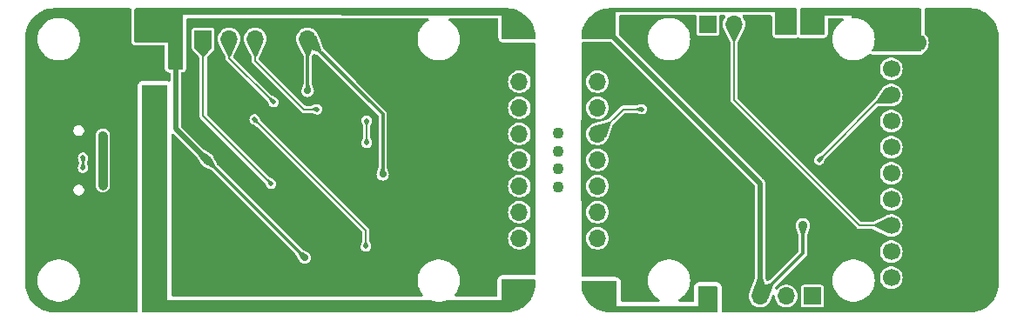
<source format=gbl>
%TF.GenerationSoftware,KiCad,Pcbnew,8.0.6*%
%TF.CreationDate,2024-11-11T17:46:25+08:00*%
%TF.ProjectId,UINIO-DAPLink,55494e49-4f2d-4444-9150-4c696e6b2e6b,Version 5.0.0*%
%TF.SameCoordinates,PX6192070PY5393438*%
%TF.FileFunction,Copper,L2,Bot*%
%TF.FilePolarity,Positive*%
%FSLAX46Y46*%
G04 Gerber Fmt 4.6, Leading zero omitted, Abs format (unit mm)*
G04 Created by KiCad (PCBNEW 8.0.6) date 2024-11-11 17:46:25*
%MOMM*%
%LPD*%
G01*
G04 APERTURE LIST*
G04 Aperture macros list*
%AMRoundRect*
0 Rectangle with rounded corners*
0 $1 Rounding radius*
0 $2 $3 $4 $5 $6 $7 $8 $9 X,Y pos of 4 corners*
0 Add a 4 corners polygon primitive as box body*
4,1,4,$2,$3,$4,$5,$6,$7,$8,$9,$2,$3,0*
0 Add four circle primitives for the rounded corners*
1,1,$1+$1,$2,$3*
1,1,$1+$1,$4,$5*
1,1,$1+$1,$6,$7*
1,1,$1+$1,$8,$9*
0 Add four rect primitives between the rounded corners*
20,1,$1+$1,$2,$3,$4,$5,0*
20,1,$1+$1,$4,$5,$6,$7,0*
20,1,$1+$1,$6,$7,$8,$9,0*
20,1,$1+$1,$8,$9,$2,$3,0*%
G04 Aperture macros list end*
%TA.AperFunction,ComponentPad*%
%ADD10RoundRect,0.250000X-0.600000X-0.600000X0.600000X-0.600000X0.600000X0.600000X-0.600000X0.600000X0*%
%TD*%
%TA.AperFunction,ComponentPad*%
%ADD11C,1.700000*%
%TD*%
%TA.AperFunction,ComponentPad*%
%ADD12R,1.700000X1.700000*%
%TD*%
%TA.AperFunction,ComponentPad*%
%ADD13O,1.700000X1.700000*%
%TD*%
%TA.AperFunction,ComponentPad*%
%ADD14O,1.900000X1.000000*%
%TD*%
%TA.AperFunction,ComponentPad*%
%ADD15O,2.100000X1.000000*%
%TD*%
%TA.AperFunction,ViaPad*%
%ADD16C,0.500000*%
%TD*%
%TA.AperFunction,ViaPad*%
%ADD17C,1.100000*%
%TD*%
%TA.AperFunction,ViaPad*%
%ADD18C,0.700000*%
%TD*%
%TA.AperFunction,ViaPad*%
%ADD19C,0.900000*%
%TD*%
%TA.AperFunction,Conductor*%
%ADD20C,0.300000*%
%TD*%
%TA.AperFunction,Conductor*%
%ADD21C,0.200000*%
%TD*%
%TA.AperFunction,Conductor*%
%ADD22C,0.500000*%
%TD*%
%TA.AperFunction,Conductor*%
%ADD23C,0.900000*%
%TD*%
G04 APERTURE END LIST*
D10*
%TO.P,J2,1,Pin_1*%
%TO.N,/_VDD_3.3V_Output*%
X81393500Y-3570000D03*
D11*
%TO.P,J2,2,Pin_2*%
X83933500Y-3570000D03*
%TO.P,J2,3,Pin_3*%
%TO.N,/_JTAG_TRST*%
X81393500Y-6110000D03*
%TO.P,J2,4,Pin_4*%
%TO.N,_GND*%
X83933500Y-6110000D03*
%TO.P,J2,5,Pin_5*%
%TO.N,/_JTAG_TDI*%
X81393500Y-8650000D03*
%TO.P,J2,6,Pin_6*%
%TO.N,_GND*%
X83933500Y-8650000D03*
%TO.P,J2,7,Pin_7*%
%TO.N,/_JTAG_TMS{slash}SWDIO*%
X81393500Y-11190000D03*
%TO.P,J2,8,Pin_8*%
%TO.N,_GND*%
X83933500Y-11190000D03*
%TO.P,J2,9,Pin_9*%
%TO.N,/_JTAG_TCK{slash}SWCLK*%
X81393500Y-13730000D03*
%TO.P,J2,10,Pin_10*%
%TO.N,_GND*%
X83933500Y-13730000D03*
%TO.P,J2,11,Pin_11*%
%TO.N,/_JTAG_RTCK*%
X81393500Y-16270000D03*
%TO.P,J2,12,Pin_12*%
%TO.N,_GND*%
X83933500Y-16270000D03*
%TO.P,J2,13,Pin_13*%
%TO.N,/_JTAG_TDO*%
X81393500Y-18810000D03*
%TO.P,J2,14,Pin_14*%
%TO.N,_GND*%
X83933500Y-18810000D03*
%TO.P,J2,15,Pin_15*%
%TO.N,/_JTAG_nRST_Output*%
X81393500Y-21350000D03*
%TO.P,J2,16,Pin_16*%
%TO.N,_GND*%
X83933500Y-21350000D03*
%TO.P,J2,17,Pin_17*%
%TO.N,unconnected-(J2-Pin_17-Pad17)*%
X81393500Y-23890000D03*
%TO.P,J2,18,Pin_18*%
%TO.N,_GND*%
X83933500Y-23890000D03*
%TO.P,J2,19,Pin_19*%
%TO.N,unconnected-(J2-Pin_19-Pad19)*%
X81393500Y-26430000D03*
%TO.P,J2,20,Pin_20*%
%TO.N,_GND*%
X83933500Y-26430000D03*
%TD*%
D12*
%TO.P,J6,1,Pin_1*%
%TO.N,/NRST*%
X14480000Y-3190000D03*
D13*
%TO.P,J6,2,Pin_2*%
%TO.N,/Download_SWCLK*%
X17020000Y-3190000D03*
%TO.P,J6,3,Pin_3*%
%TO.N,/Download_SWDIO*%
X19560000Y-3190000D03*
%TO.P,J6,4,Pin_4*%
%TO.N,GND*%
X22100000Y-3190000D03*
%TO.P,J6,5,Pin_5*%
%TO.N,/VDD_3.3V*%
X24640000Y-3190000D03*
%TD*%
D12*
%TO.P,J7,1,Pin_1*%
%TO.N,/VDD_5V_Fuse*%
X45225000Y-27675000D03*
D13*
%TO.P,J7,2,Pin_2*%
%TO.N,GND*%
X45225000Y-25135000D03*
%TO.P,J7,3,Pin_3*%
%TO.N,/USART2_TX*%
X45225000Y-22595000D03*
%TO.P,J7,4,Pin_4*%
%TO.N,/USART2_RX*%
X45225000Y-20055000D03*
%TO.P,J7,5,Pin_5*%
%TO.N,/JTAG_TDO*%
X45225000Y-17515000D03*
%TO.P,J7,6,Pin_6*%
%TO.N,/JTAG_TDI*%
X45225000Y-14975000D03*
%TO.P,J7,7,Pin_7*%
%TO.N,/JTAG_nRST*%
X45225000Y-12435000D03*
%TO.P,J7,8,Pin_8*%
%TO.N,/JTAG_TCK{slash}SWCLK*%
X45225000Y-9895000D03*
%TO.P,J7,9,Pin_9*%
%TO.N,/JTAG_TMS{slash}SWDIO*%
X45225000Y-7355000D03*
%TO.P,J7,10,Pin_10*%
%TO.N,GND*%
X45225000Y-4815000D03*
%TO.P,J7,11,Pin_11*%
%TO.N,/VDD_3.3V*%
X45225000Y-2275000D03*
%TD*%
D12*
%TO.P,J4,1,Pin_1*%
%TO.N,/_VDD_3.3V*%
X71160000Y-1775000D03*
D13*
%TO.P,J4,2,Pin_2*%
%TO.N,/_VDD_3.3V_Output*%
X73700000Y-1775000D03*
%TD*%
D14*
%TO.P,USB1,16,GND*%
%TO.N,GND*%
X-1323000Y-19325000D03*
%TO.P,USB1,15,GND*%
X-1323000Y-10675000D03*
D15*
%TO.P,USB1,14,GND*%
X2877000Y-19325000D03*
%TO.P,USB1,13,GND*%
X2877000Y-10675000D03*
%TD*%
D12*
%TO.P,J1,1,Pin_1*%
%TO.N,/_USART2_RX*%
X73710000Y-28225000D03*
D13*
%TO.P,J1,2,Pin_2*%
%TO.N,/_USART2_TX*%
X71170000Y-28225000D03*
%TO.P,J1,3,Pin_3*%
%TO.N,/_VDD_3.3V*%
X68630000Y-28225000D03*
%TO.P,J1,4,Pin_4*%
%TO.N,_GND*%
X66090000Y-28225000D03*
%TO.P,J1,5,Pin_5*%
%TO.N,/_VDD_5V_Fuse*%
X63550000Y-28225000D03*
%TD*%
D12*
%TO.P,J5,1,Pin_1*%
%TO.N,/_VDD_5V_Fuse*%
X52825000Y-27675000D03*
D13*
%TO.P,J5,2,Pin_2*%
%TO.N,_GND*%
X52825000Y-25135000D03*
%TO.P,J5,3,Pin_3*%
%TO.N,/_USART2_TX*%
X52825000Y-22595000D03*
%TO.P,J5,4,Pin_4*%
%TO.N,/_USART2_RX*%
X52825000Y-20055000D03*
%TO.P,J5,5,Pin_5*%
%TO.N,/_JTAG_TDO*%
X52825000Y-17515000D03*
%TO.P,J5,6,Pin_6*%
%TO.N,/_JTAG_TDI*%
X52825000Y-14975000D03*
%TO.P,J5,7,Pin_7*%
%TO.N,/_JTAG_nRST*%
X52825000Y-12435000D03*
%TO.P,J5,8,Pin_8*%
%TO.N,/_JTAG_TCK{slash}SWCLK*%
X52825000Y-9895000D03*
%TO.P,J5,9,Pin_9*%
%TO.N,/_JTAG_TMS{slash}SWDIO*%
X52825000Y-7355000D03*
%TO.P,J5,10,Pin_10*%
%TO.N,_GND*%
X52825000Y-4815000D03*
%TO.P,J5,11,Pin_11*%
%TO.N,/_VDD_3.3V*%
X52825000Y-2275000D03*
%TD*%
D12*
%TO.P,J3,1,Pin_1*%
%TO.N,/_JTAG_nRST*%
X63560000Y-1775000D03*
D13*
%TO.P,J3,2,Pin_2*%
%TO.N,/_JTAG_nRST_Output*%
X66100000Y-1775000D03*
%TD*%
D16*
%TO.N,/VDD_5V_Fuse*%
X10060000Y-14450000D03*
X9260000Y-14450000D03*
D17*
%TO.N,*%
X49025000Y-15850000D03*
X49025000Y-12370000D03*
X49025000Y-17590000D03*
X49025000Y-14110000D03*
D16*
%TO.N,GND*%
X13080000Y-24685000D03*
X7570000Y-12955000D03*
X19080000Y-23685000D03*
X6160000Y-10275000D03*
X37400000Y-22265000D03*
X17080000Y-24685000D03*
X13080000Y-20685000D03*
X13080000Y-18685000D03*
X15080000Y-23685000D03*
X37400000Y-16665000D03*
X7000000Y-10275000D03*
X-1630000Y-8125000D03*
X37400000Y-23165000D03*
X13080000Y-22685000D03*
X17080000Y-18685000D03*
X21117107Y-22857107D03*
X18080000Y-24685000D03*
X25580000Y-8765000D03*
X16080000Y-24685000D03*
X30190000Y-17595000D03*
X21824213Y-23564213D03*
X37400000Y-8165000D03*
X1970000Y-8125000D03*
X42700000Y-16310000D03*
X-1600000Y-21865000D03*
X19080000Y-20685000D03*
X22531320Y-24271320D03*
X37400000Y-9065000D03*
X-730000Y-8125000D03*
X7840000Y-10275000D03*
X1070000Y-8125000D03*
X30180000Y-16374000D03*
X16080000Y-18685000D03*
X200000Y-21865000D03*
X42700000Y-11180000D03*
X13080000Y-21685000D03*
X37400000Y-9965000D03*
X37400000Y-7265000D03*
X15080000Y-24685000D03*
X13080000Y-19685000D03*
X37400000Y-15765000D03*
X14080000Y-18685000D03*
X14080000Y-23685000D03*
X13080000Y-23685000D03*
X37400000Y-18465000D03*
X170000Y-8125000D03*
X15080000Y-18685000D03*
X14080000Y-24685000D03*
X2000000Y-21865000D03*
X2870000Y-8125000D03*
X20410000Y-22150000D03*
X37400000Y-17565000D03*
X37400000Y-6365000D03*
X1100000Y-21865000D03*
X19080000Y-22685000D03*
X37400000Y-24065000D03*
X5690000Y-15755000D03*
X14080000Y-22685000D03*
X19080000Y-24685000D03*
X19080000Y-21685000D03*
X42700000Y-18910000D03*
X37400000Y-10865000D03*
X37400000Y-14865000D03*
X2900000Y-21865000D03*
X37400000Y-13965000D03*
X-700000Y-21865000D03*
D18*
%TO.N,/VDD_3.3V*%
X11800000Y-4265000D03*
D19*
X14860000Y-14974999D03*
D18*
X11800000Y-965000D03*
X24357501Y-24472499D03*
X11800000Y-3165000D03*
X11800000Y-5365000D03*
X24650000Y-8240000D03*
X31945000Y-16375000D03*
X11800000Y-2065000D03*
D19*
%TO.N,/_VDD_3.3V*%
X72800000Y-21320000D03*
%TO.N,/VDD_5V_Fuse*%
X10500000Y-24765000D03*
X9800000Y-9995000D03*
X9800000Y-19095000D03*
X9800000Y-20305000D03*
X9000000Y-23435000D03*
X9000000Y-24765000D03*
X10500000Y-23435000D03*
D16*
%TO.N,/Download_SWCLK*%
X21320000Y-9335000D03*
%TO.N,/Download_SWDIO*%
X25580000Y-10045000D03*
D19*
%TO.N,/VDD_5V*%
X4730000Y-17405000D03*
X4730000Y-12605000D03*
D16*
%TO.N,/_JTAG_TDI*%
X74378500Y-14975000D03*
%TO.N,Net-(D4-A)*%
X30300000Y-23395000D03*
X19480000Y-11025000D03*
%TO.N,Net-(U2-PB12)*%
X30380000Y-13325000D03*
X30380000Y-11145000D03*
%TO.N,/_JTAG_nRST*%
X57130000Y-10030000D03*
%TO.N,/USB_+*%
X2800000Y-14755000D03*
X2800000Y-15745000D03*
%TO.N,/NRST*%
X21100000Y-17305000D03*
%TD*%
D20*
%TO.N,/VDD_3.3V*%
X24650000Y-8240000D02*
X24650000Y-3435000D01*
D21*
%TO.N,GND*%
X5510000Y-12695000D02*
X5520000Y-12685000D01*
D20*
%TO.N,/VDD_3.3V*%
X31945000Y-10480000D02*
X24655000Y-3190000D01*
X24357500Y-24472499D02*
X14860000Y-14974999D01*
D22*
X11800000Y-11914999D02*
X11800000Y-5365000D01*
D20*
X24357501Y-24472499D02*
X24357500Y-24472499D01*
X31945000Y-16375000D02*
X31945000Y-10480000D01*
D22*
X14860000Y-14974999D02*
X11800000Y-11914999D01*
%TO.N,/_VDD_3.3V*%
X68630000Y-17240000D02*
X68630000Y-28225000D01*
X52825000Y-2275000D02*
X53665000Y-2275000D01*
D20*
X68630000Y-28225000D02*
X72800000Y-24055000D01*
X72800000Y-24055000D02*
X72800000Y-21320000D01*
D22*
X53665000Y-2275000D02*
X68630000Y-17240000D01*
D21*
%TO.N,/_JTAG_nRST_Output*%
X66100000Y-9125000D02*
X78325000Y-21350000D01*
X66100000Y-1775000D02*
X66100000Y-9125000D01*
X78325000Y-21350000D02*
X80703500Y-21350000D01*
%TO.N,/Download_SWCLK*%
X17020000Y-5035000D02*
X17020000Y-3425000D01*
X21320000Y-9335000D02*
X17020000Y-5035000D01*
%TO.N,/Download_SWDIO*%
X19560000Y-5325000D02*
X19560000Y-3425000D01*
X25580000Y-10045000D02*
X24280000Y-10045000D01*
X24280000Y-10045000D02*
X19560000Y-5325000D01*
D23*
%TO.N,/VDD_5V*%
X4730000Y-17405000D02*
X4730000Y-12605000D01*
D21*
%TO.N,/_JTAG_TDI*%
X74378500Y-14975000D02*
X80703500Y-8650000D01*
%TO.N,Net-(D4-A)*%
X30300000Y-23395000D02*
X30300000Y-21845000D01*
X30300000Y-21845000D02*
X19480000Y-11025000D01*
%TO.N,Net-(U2-PB12)*%
X30380000Y-13325000D02*
X30380000Y-11145000D01*
%TO.N,/_JTAG_nRST*%
X55320000Y-10030000D02*
X52915000Y-12435000D01*
X57130000Y-10030000D02*
X55320000Y-10030000D01*
%TO.N,/USB_+*%
X2800000Y-14755000D02*
X2800000Y-15745000D01*
%TO.N,/NRST*%
X14490000Y-3435000D02*
X14490000Y-10695000D01*
X14490000Y-10695000D02*
X21100000Y-17305000D01*
%TD*%
%TA.AperFunction,Conductor*%
%TO.N,GND*%
G36*
X7438916Y-220185D02*
G01*
X7484671Y-272989D01*
X7495877Y-324500D01*
X7495877Y-3393719D01*
X7495878Y-3393728D01*
X7502858Y-3458654D01*
X7502860Y-3458666D01*
X7514065Y-3510172D01*
X7525021Y-3548373D01*
X7525023Y-3548377D01*
X7581700Y-3645287D01*
X7581702Y-3645290D01*
X7627458Y-3698095D01*
X7627468Y-3698106D01*
X7672184Y-3740267D01*
X7672186Y-3740268D01*
X7672190Y-3740272D01*
X7772266Y-3791158D01*
X7839305Y-3810843D01*
X7925377Y-3823219D01*
X10641877Y-3823219D01*
X10708916Y-3842904D01*
X10754671Y-3895708D01*
X10765877Y-3947219D01*
X10765877Y-6023719D01*
X10765878Y-6023728D01*
X10772858Y-6088654D01*
X10772860Y-6088666D01*
X10784065Y-6140172D01*
X10795021Y-6178373D01*
X10795023Y-6178377D01*
X10851700Y-6275287D01*
X10851702Y-6275290D01*
X10897458Y-6328095D01*
X10897468Y-6328106D01*
X10942184Y-6370267D01*
X10942186Y-6370268D01*
X10942190Y-6370272D01*
X11042266Y-6421158D01*
X11109305Y-6440843D01*
X11193149Y-6452898D01*
X11256704Y-6481924D01*
X11294477Y-6540702D01*
X11299500Y-6575636D01*
X11299500Y-7234424D01*
X11279815Y-7301463D01*
X11227011Y-7347218D01*
X11157853Y-7357162D01*
X11122383Y-7346471D01*
X11057289Y-7315612D01*
X10990247Y-7295926D01*
X10990239Y-7295924D01*
X10876000Y-7279500D01*
X8624000Y-7279500D01*
X8623991Y-7279500D01*
X8537802Y-7288767D01*
X8486293Y-7299973D01*
X8486290Y-7299974D01*
X8414640Y-7322690D01*
X8414638Y-7322691D01*
X8414637Y-7322691D01*
X8306940Y-7389751D01*
X8306940Y-7389752D01*
X8254145Y-7435498D01*
X8184956Y-7513079D01*
X8130611Y-7627712D01*
X8110926Y-7694752D01*
X8110924Y-7694760D01*
X8094500Y-7808999D01*
X8094500Y-29675500D01*
X8074815Y-29742539D01*
X8022011Y-29788294D01*
X7970500Y-29799500D01*
X3481Y-29799500D01*
X-3472Y-29799305D01*
X-306494Y-29782287D01*
X-320312Y-29780730D01*
X-616080Y-29730477D01*
X-629637Y-29727383D01*
X-917928Y-29644327D01*
X-931052Y-29639734D01*
X-1208223Y-29524927D01*
X-1220752Y-29518894D01*
X-1483329Y-29373772D01*
X-1495103Y-29366374D01*
X-1739786Y-29192763D01*
X-1750658Y-29184092D01*
X-1974353Y-28984184D01*
X-1984185Y-28974352D01*
X-2184093Y-28750657D01*
X-2192764Y-28739785D01*
X-2199883Y-28729752D01*
X-2366375Y-28495102D01*
X-2373773Y-28483328D01*
X-2440056Y-28363399D01*
X-2518899Y-28220744D01*
X-2524928Y-28208222D01*
X-2539611Y-28172775D01*
X-2589689Y-28051874D01*
X-2639735Y-27931051D01*
X-2644328Y-27917927D01*
X-2727384Y-27629636D01*
X-2730478Y-27616079D01*
X-2739629Y-27562219D01*
X-2780733Y-27320301D01*
X-2782287Y-27306503D01*
X-2799305Y-27003472D01*
X-2799500Y-26996519D01*
X-2799500Y-26715000D01*
X-1615291Y-26715000D01*
X-1596149Y-26994862D01*
X-1596148Y-26994864D01*
X-1539079Y-27269499D01*
X-1539074Y-27269516D01*
X-1445137Y-27533828D01*
X-1445136Y-27533830D01*
X-1316081Y-27782896D01*
X-1154312Y-28012069D01*
X-1154308Y-28012073D01*
X-1154308Y-28012074D01*
X-985766Y-28192539D01*
X-962845Y-28217081D01*
X-745246Y-28394111D01*
X-745244Y-28394112D01*
X-745243Y-28394113D01*
X-505567Y-28539863D01*
X-296743Y-28630567D01*
X-248275Y-28651620D01*
X21839Y-28727303D01*
X266159Y-28760884D01*
X299741Y-28765500D01*
X299742Y-28765500D01*
X580259Y-28765500D01*
X610219Y-28761381D01*
X858161Y-28727303D01*
X1128275Y-28651620D01*
X1385568Y-28539862D01*
X1625246Y-28394111D01*
X1842845Y-28217081D01*
X2034312Y-28012069D01*
X2196081Y-27782896D01*
X2325136Y-27533830D01*
X2419075Y-27269511D01*
X2419076Y-27269504D01*
X2419078Y-27269499D01*
X2456065Y-27091504D01*
X2476148Y-26994862D01*
X2495291Y-26715000D01*
X2476148Y-26435138D01*
X2451286Y-26315498D01*
X2419078Y-26160500D01*
X2419073Y-26160483D01*
X2325136Y-25896171D01*
X2325136Y-25896170D01*
X2196081Y-25647104D01*
X2034312Y-25417931D01*
X2034307Y-25417925D01*
X1842845Y-25212919D01*
X1625242Y-25035886D01*
X1385566Y-24890136D01*
X1128276Y-24778380D01*
X858166Y-24702698D01*
X858162Y-24702697D01*
X858161Y-24702697D01*
X719209Y-24683598D01*
X580259Y-24664500D01*
X580258Y-24664500D01*
X299742Y-24664500D01*
X299741Y-24664500D01*
X21839Y-24702697D01*
X21833Y-24702698D01*
X-248277Y-24778380D01*
X-505567Y-24890136D01*
X-745243Y-25035886D01*
X-962846Y-25212919D01*
X-1154308Y-25417925D01*
X-1154308Y-25417926D01*
X-1154311Y-25417928D01*
X-1154312Y-25417931D01*
X-1219018Y-25509597D01*
X-1316081Y-25647103D01*
X-1445137Y-25896171D01*
X-1539074Y-26160483D01*
X-1539079Y-26160500D01*
X-1596148Y-26435135D01*
X-1596149Y-26435137D01*
X-1615291Y-26715000D01*
X-2799500Y-26715000D01*
X-2799500Y-17820817D01*
X1851500Y-17820817D01*
X1851500Y-17959183D01*
X1886449Y-18089613D01*
X1887312Y-18092835D01*
X1887313Y-18092838D01*
X1956492Y-18212661D01*
X1956494Y-18212664D01*
X1956495Y-18212665D01*
X2054335Y-18310505D01*
X2174164Y-18379688D01*
X2307817Y-18415500D01*
X2307819Y-18415500D01*
X2446181Y-18415500D01*
X2446183Y-18415500D01*
X2579836Y-18379688D01*
X2699665Y-18310505D01*
X2797505Y-18212665D01*
X2866688Y-18092836D01*
X2902500Y-17959183D01*
X2902500Y-17820817D01*
X2866688Y-17687164D01*
X2797505Y-17567335D01*
X2699665Y-17469495D01*
X2699664Y-17469494D01*
X2699661Y-17469492D01*
X2579838Y-17400313D01*
X2579837Y-17400312D01*
X2579836Y-17400312D01*
X2446183Y-17364500D01*
X2307817Y-17364500D01*
X2174164Y-17400312D01*
X2174161Y-17400313D01*
X2054338Y-17469492D01*
X2054333Y-17469496D01*
X1956496Y-17567333D01*
X1956492Y-17567338D01*
X1887313Y-17687161D01*
X1887312Y-17687164D01*
X1851500Y-17820817D01*
X-2799500Y-17820817D01*
X-2799500Y-14755000D01*
X2294353Y-14755000D01*
X2314834Y-14897455D01*
X2319525Y-14907727D01*
X2326865Y-14933938D01*
X2327981Y-14933695D01*
X2329280Y-14939643D01*
X2329281Y-14939646D01*
X2340733Y-14975000D01*
X2417432Y-15211788D01*
X2419363Y-15281631D01*
X2417432Y-15288210D01*
X2329278Y-15560360D01*
X2328063Y-15565661D01*
X2327358Y-15565499D01*
X2319642Y-15592014D01*
X2314835Y-15602539D01*
X2314835Y-15602542D01*
X2294353Y-15745000D01*
X2314834Y-15887456D01*
X2349950Y-15964348D01*
X2374623Y-16018373D01*
X2468872Y-16127143D01*
X2589947Y-16204953D01*
X2589950Y-16204954D01*
X2589949Y-16204954D01*
X2728036Y-16245499D01*
X2728038Y-16245500D01*
X2728039Y-16245500D01*
X2871962Y-16245500D01*
X2871962Y-16245499D01*
X3010053Y-16204953D01*
X3131128Y-16127143D01*
X3225377Y-16018373D01*
X3285165Y-15887457D01*
X3305647Y-15745000D01*
X3285165Y-15602543D01*
X3280476Y-15592277D01*
X3273156Y-15566061D01*
X3272019Y-15566310D01*
X3270718Y-15560356D01*
X3270718Y-15560353D01*
X3182564Y-15288208D01*
X3180633Y-15218367D01*
X3182565Y-15211788D01*
X3270718Y-14939646D01*
X3270720Y-14939634D01*
X3271938Y-14934329D01*
X3272650Y-14934492D01*
X3280359Y-14907978D01*
X3285165Y-14897457D01*
X3305647Y-14755000D01*
X3285165Y-14612543D01*
X3225377Y-14481627D01*
X3131128Y-14372857D01*
X3010053Y-14295047D01*
X3010051Y-14295046D01*
X3010049Y-14295045D01*
X3010050Y-14295045D01*
X2871963Y-14254500D01*
X2871961Y-14254500D01*
X2728039Y-14254500D01*
X2728036Y-14254500D01*
X2589949Y-14295045D01*
X2468873Y-14372856D01*
X2374623Y-14481626D01*
X2374622Y-14481628D01*
X2314834Y-14612543D01*
X2294353Y-14755000D01*
X-2799500Y-14755000D01*
X-2799500Y-12040817D01*
X1851500Y-12040817D01*
X1851500Y-12179183D01*
X1864665Y-12228313D01*
X1887312Y-12312835D01*
X1887313Y-12312838D01*
X1956492Y-12432661D01*
X1956494Y-12432664D01*
X1956495Y-12432665D01*
X2054335Y-12530505D01*
X2054336Y-12530506D01*
X2054338Y-12530507D01*
X2096978Y-12555125D01*
X2174164Y-12599688D01*
X2307817Y-12635500D01*
X2307819Y-12635500D01*
X2446181Y-12635500D01*
X2446183Y-12635500D01*
X2560011Y-12605000D01*
X4024355Y-12605000D01*
X4028058Y-12635500D01*
X4028596Y-12639926D01*
X4029500Y-12654873D01*
X4029500Y-17355125D01*
X4028596Y-17370071D01*
X4024355Y-17404999D01*
X4028596Y-17439926D01*
X4029500Y-17454873D01*
X4029500Y-17473991D01*
X4036882Y-17511105D01*
X4038360Y-17520347D01*
X4044859Y-17573870D01*
X4044860Y-17573872D01*
X4046567Y-17578373D01*
X4050678Y-17589212D01*
X4056353Y-17608992D01*
X4056420Y-17609327D01*
X4056420Y-17609329D01*
X4078046Y-17661538D01*
X4079427Y-17665019D01*
X4105182Y-17732930D01*
X4105183Y-17732931D01*
X4149983Y-17797836D01*
X4151035Y-17799385D01*
X4185885Y-17851541D01*
X4189751Y-17856252D01*
X4189371Y-17856563D01*
X4196061Y-17864590D01*
X4201817Y-17872929D01*
X4201817Y-17872930D01*
X4246845Y-17912821D01*
X4252299Y-17917955D01*
X4283458Y-17949114D01*
X4294154Y-17956261D01*
X4307485Y-17966543D01*
X4329148Y-17985734D01*
X4329150Y-17985735D01*
X4329151Y-17985736D01*
X4365836Y-18004990D01*
X4377097Y-18011681D01*
X4398189Y-18025775D01*
X4427398Y-18037874D01*
X4437559Y-18042633D01*
X4452093Y-18050261D01*
X4479772Y-18064789D01*
X4479774Y-18064789D01*
X4479775Y-18064790D01*
X4493457Y-18068162D01*
X4501791Y-18070216D01*
X4519571Y-18076052D01*
X4525672Y-18078580D01*
X4575023Y-18088396D01*
X4580473Y-18089609D01*
X4644944Y-18105500D01*
X4644945Y-18105500D01*
X4815058Y-18105500D01*
X4815058Y-18105499D01*
X4879510Y-18089613D01*
X4884975Y-18088396D01*
X4934328Y-18078580D01*
X4940417Y-18076057D01*
X4958204Y-18070216D01*
X4980225Y-18064790D01*
X5022449Y-18042628D01*
X5032606Y-18037871D01*
X5061811Y-18025775D01*
X5082914Y-18011673D01*
X5094171Y-18004985D01*
X5130852Y-17985734D01*
X5152512Y-17966544D01*
X5165835Y-17956267D01*
X5176542Y-17949114D01*
X5207730Y-17917924D01*
X5213133Y-17912838D01*
X5258183Y-17872929D01*
X5263939Y-17864590D01*
X5270643Y-17856581D01*
X5270246Y-17856255D01*
X5274113Y-17851543D01*
X5274114Y-17851542D01*
X5309034Y-17799279D01*
X5309939Y-17797946D01*
X5354818Y-17732930D01*
X5380587Y-17664978D01*
X5381926Y-17661601D01*
X5403580Y-17609328D01*
X5403646Y-17608995D01*
X5409321Y-17589211D01*
X5415140Y-17573872D01*
X5421637Y-17520350D01*
X5423116Y-17511109D01*
X5430500Y-17473996D01*
X5430500Y-17454873D01*
X5431404Y-17439926D01*
X5435645Y-17405000D01*
X5431404Y-17370071D01*
X5430500Y-17355125D01*
X5430500Y-12654873D01*
X5431404Y-12639926D01*
X5431628Y-12638082D01*
X5435645Y-12605000D01*
X5431404Y-12570071D01*
X5430500Y-12555125D01*
X5430500Y-12536006D01*
X5423116Y-12498889D01*
X5421637Y-12489640D01*
X5419812Y-12474611D01*
X5415140Y-12436128D01*
X5409321Y-12420787D01*
X5403644Y-12400997D01*
X5403580Y-12400672D01*
X5381942Y-12348436D01*
X5380576Y-12344991D01*
X5354818Y-12277070D01*
X5310015Y-12212162D01*
X5308963Y-12210612D01*
X5274117Y-12158462D01*
X5270249Y-12153748D01*
X5270628Y-12153436D01*
X5263940Y-12145412D01*
X5258183Y-12137071D01*
X5213145Y-12097171D01*
X5207707Y-12092051D01*
X5176545Y-12060889D01*
X5176542Y-12060886D01*
X5176377Y-12060775D01*
X5165840Y-12053734D01*
X5152513Y-12043454D01*
X5130855Y-12024268D01*
X5130850Y-12024265D01*
X5094162Y-12005009D01*
X5082903Y-11998318D01*
X5061811Y-11984225D01*
X5032599Y-11972124D01*
X5022445Y-11967368D01*
X4980225Y-11945210D01*
X4980226Y-11945210D01*
X4958206Y-11939783D01*
X4940434Y-11933949D01*
X4934328Y-11931420D01*
X4934324Y-11931419D01*
X4934322Y-11931418D01*
X4884993Y-11921606D01*
X4879511Y-11920386D01*
X4815057Y-11904500D01*
X4815056Y-11904500D01*
X4644944Y-11904500D01*
X4644940Y-11904500D01*
X4580486Y-11920386D01*
X4575006Y-11921606D01*
X4525673Y-11931419D01*
X4519566Y-11933949D01*
X4501797Y-11939781D01*
X4479776Y-11945209D01*
X4437561Y-11967365D01*
X4427393Y-11972127D01*
X4398187Y-11984225D01*
X4377091Y-11998320D01*
X4365837Y-12005008D01*
X4329147Y-12024266D01*
X4329144Y-12024268D01*
X4307486Y-12043454D01*
X4294166Y-12053729D01*
X4283464Y-12060880D01*
X4283458Y-12060886D01*
X4252287Y-12092055D01*
X4246838Y-12097183D01*
X4201820Y-12137067D01*
X4196053Y-12145421D01*
X4189391Y-12153447D01*
X4189753Y-12153744D01*
X4185887Y-12158455D01*
X4151023Y-12210631D01*
X4149973Y-12212177D01*
X4105185Y-12277063D01*
X4105181Y-12277071D01*
X4079436Y-12344953D01*
X4078058Y-12348428D01*
X4056419Y-12400673D01*
X4056418Y-12400678D01*
X4056353Y-12401006D01*
X4050680Y-12420781D01*
X4044859Y-12436129D01*
X4038362Y-12489640D01*
X4036884Y-12498881D01*
X4029500Y-12536006D01*
X4029500Y-12555125D01*
X4028596Y-12570071D01*
X4024355Y-12605000D01*
X2560011Y-12605000D01*
X2579836Y-12599688D01*
X2699665Y-12530505D01*
X2797505Y-12432665D01*
X2866688Y-12312836D01*
X2902500Y-12179183D01*
X2902500Y-12040817D01*
X2866688Y-11907164D01*
X2797505Y-11787335D01*
X2699665Y-11689495D01*
X2699664Y-11689494D01*
X2699661Y-11689492D01*
X2579838Y-11620313D01*
X2579837Y-11620312D01*
X2579836Y-11620312D01*
X2446183Y-11584500D01*
X2307817Y-11584500D01*
X2174164Y-11620312D01*
X2174161Y-11620313D01*
X2054338Y-11689492D01*
X2054333Y-11689496D01*
X1956496Y-11787333D01*
X1956492Y-11787338D01*
X1887313Y-11907161D01*
X1887312Y-11907164D01*
X1851500Y-12040817D01*
X-2799500Y-12040817D01*
X-2799500Y-3215000D01*
X-1615291Y-3215000D01*
X-1596149Y-3494862D01*
X-1596148Y-3494864D01*
X-1539079Y-3769499D01*
X-1539074Y-3769516D01*
X-1475918Y-3947219D01*
X-1445136Y-4033830D01*
X-1316081Y-4282896D01*
X-1154312Y-4512069D01*
X-1154308Y-4512073D01*
X-1154308Y-4512074D01*
X-974323Y-4704791D01*
X-962845Y-4717081D01*
X-745246Y-4894111D01*
X-745244Y-4894112D01*
X-745243Y-4894113D01*
X-505567Y-5039863D01*
X-301604Y-5128456D01*
X-248275Y-5151620D01*
X21839Y-5227303D01*
X266159Y-5260884D01*
X299741Y-5265500D01*
X299742Y-5265500D01*
X580259Y-5265500D01*
X610219Y-5261381D01*
X858161Y-5227303D01*
X1128275Y-5151620D01*
X1385568Y-5039862D01*
X1625246Y-4894111D01*
X1842845Y-4717081D01*
X2034312Y-4512069D01*
X2196081Y-4282896D01*
X2325136Y-4033830D01*
X2419075Y-3769511D01*
X2419076Y-3769504D01*
X2419078Y-3769499D01*
X2452494Y-3608692D01*
X2476148Y-3494862D01*
X2495291Y-3215000D01*
X2476148Y-2935138D01*
X2456443Y-2840315D01*
X2419078Y-2660500D01*
X2419073Y-2660483D01*
X2342640Y-2445421D01*
X2325136Y-2396170D01*
X2196081Y-2147104D01*
X2034312Y-1917931D01*
X2034307Y-1917925D01*
X1842845Y-1712919D01*
X1625242Y-1535886D01*
X1385566Y-1390136D01*
X1128276Y-1278380D01*
X858166Y-1202698D01*
X858162Y-1202697D01*
X858161Y-1202697D01*
X719209Y-1183598D01*
X580259Y-1164500D01*
X580258Y-1164500D01*
X299742Y-1164500D01*
X299741Y-1164500D01*
X21839Y-1202697D01*
X21833Y-1202698D01*
X-248277Y-1278380D01*
X-505567Y-1390136D01*
X-745243Y-1535886D01*
X-962846Y-1712919D01*
X-1154308Y-1917925D01*
X-1154308Y-1917926D01*
X-1154311Y-1917928D01*
X-1154312Y-1917931D01*
X-1219018Y-2009597D01*
X-1316081Y-2147103D01*
X-1445137Y-2396171D01*
X-1539074Y-2660483D01*
X-1539079Y-2660500D01*
X-1596148Y-2935135D01*
X-1596149Y-2935137D01*
X-1615291Y-3215000D01*
X-2799500Y-3215000D01*
X-2799500Y-3003480D01*
X-2799305Y-2996527D01*
X-2797260Y-2960118D01*
X-2782287Y-2693494D01*
X-2780733Y-2679700D01*
X-2730477Y-2383915D01*
X-2727384Y-2370363D01*
X-2711526Y-2315321D01*
X-2644327Y-2082068D01*
X-2639735Y-2068948D01*
X-2549653Y-1851469D01*
X-2524925Y-1791768D01*
X-2518903Y-1779262D01*
X-2373770Y-1516665D01*
X-2366375Y-1504897D01*
X-2313037Y-1429724D01*
X-2192755Y-1260201D01*
X-2184104Y-1249354D01*
X-1984184Y-1025645D01*
X-1974353Y-1015815D01*
X-1750646Y-815896D01*
X-1739799Y-807245D01*
X-1495098Y-633621D01*
X-1483335Y-626230D01*
X-1220738Y-481097D01*
X-1208232Y-475075D01*
X-931052Y-360265D01*
X-917932Y-355673D01*
X-629631Y-272614D01*
X-616085Y-269523D01*
X-320300Y-219267D01*
X-306506Y-217713D01*
X-3472Y-200695D01*
X3481Y-200500D01*
X39882Y-200500D01*
X7371877Y-200500D01*
X7438916Y-220185D01*
G37*
%TD.AperFunction*%
%TA.AperFunction,Conductor*%
G36*
X36309967Y-1199776D02*
G01*
X36376996Y-1219493D01*
X36422725Y-1272320D01*
X36432635Y-1341483D01*
X36403579Y-1405024D01*
X36374334Y-1429724D01*
X36199757Y-1535886D01*
X35982154Y-1712919D01*
X35790692Y-1917925D01*
X35790692Y-1917926D01*
X35790689Y-1917928D01*
X35790688Y-1917931D01*
X35725982Y-2009597D01*
X35628919Y-2147103D01*
X35499863Y-2396171D01*
X35405926Y-2660483D01*
X35405921Y-2660500D01*
X35348852Y-2935135D01*
X35348851Y-2935137D01*
X35329709Y-3215000D01*
X35348851Y-3494862D01*
X35348852Y-3494864D01*
X35405921Y-3769499D01*
X35405926Y-3769516D01*
X35469082Y-3947219D01*
X35499864Y-4033830D01*
X35628919Y-4282896D01*
X35790688Y-4512069D01*
X35790692Y-4512073D01*
X35790692Y-4512074D01*
X35970677Y-4704791D01*
X35982155Y-4717081D01*
X36199754Y-4894111D01*
X36199756Y-4894112D01*
X36199757Y-4894113D01*
X36439433Y-5039863D01*
X36643396Y-5128456D01*
X36696725Y-5151620D01*
X36966839Y-5227303D01*
X37211159Y-5260884D01*
X37244741Y-5265500D01*
X37244742Y-5265500D01*
X37525259Y-5265500D01*
X37555219Y-5261381D01*
X37803161Y-5227303D01*
X38073275Y-5151620D01*
X38330568Y-5039862D01*
X38570246Y-4894111D01*
X38787845Y-4717081D01*
X38979312Y-4512069D01*
X39141081Y-4282896D01*
X39270136Y-4033830D01*
X39364075Y-3769511D01*
X39364076Y-3769504D01*
X39364078Y-3769499D01*
X39397494Y-3608692D01*
X39421148Y-3494862D01*
X39440291Y-3215000D01*
X39421148Y-2935138D01*
X39401443Y-2840315D01*
X39364078Y-2660500D01*
X39364073Y-2660483D01*
X39287640Y-2445421D01*
X39270136Y-2396170D01*
X39141081Y-2147104D01*
X38979312Y-1917931D01*
X38979307Y-1917925D01*
X38787845Y-1712919D01*
X38570242Y-1535886D01*
X38397392Y-1430774D01*
X38350340Y-1379123D01*
X38338682Y-1310232D01*
X38366119Y-1245975D01*
X38423941Y-1206753D01*
X38461878Y-1200826D01*
X43070185Y-1203076D01*
X43137213Y-1222793D01*
X43182943Y-1275620D01*
X43194123Y-1326999D01*
X43195231Y-3103545D01*
X43202164Y-3168071D01*
X43213253Y-3219236D01*
X43213259Y-3219263D01*
X43224034Y-3257047D01*
X43224035Y-3257048D01*
X43224036Y-3257052D01*
X43280501Y-3354091D01*
X43326139Y-3406996D01*
X43370779Y-3449273D01*
X43370781Y-3449274D01*
X43470742Y-3500381D01*
X43537732Y-3520213D01*
X43537737Y-3520213D01*
X43537738Y-3520214D01*
X43623781Y-3532779D01*
X46674549Y-3539534D01*
X46674555Y-3539533D01*
X46675775Y-3539536D01*
X46742770Y-3559369D01*
X46788408Y-3612274D01*
X46799500Y-3663536D01*
X46799500Y-11039880D01*
X46799501Y-11039886D01*
X46800560Y-11042443D01*
X46810000Y-11089897D01*
X46810000Y-18910102D01*
X46800563Y-18957550D01*
X46799501Y-18960113D01*
X46799500Y-18960119D01*
X46799500Y-26035500D01*
X46779815Y-26102539D01*
X46727011Y-26148294D01*
X46675500Y-26159500D01*
X43623991Y-26159500D01*
X43537802Y-26168767D01*
X43486293Y-26179973D01*
X43486290Y-26179974D01*
X43414640Y-26202690D01*
X43414638Y-26202691D01*
X43414637Y-26202691D01*
X43306940Y-26269751D01*
X43306940Y-26269752D01*
X43254145Y-26315498D01*
X43184956Y-26393079D01*
X43130611Y-26507712D01*
X43110926Y-26574752D01*
X43110924Y-26574760D01*
X43094500Y-26688999D01*
X43094500Y-28125500D01*
X43074815Y-28192539D01*
X43022011Y-28238294D01*
X42970500Y-28249500D01*
X39043044Y-28249500D01*
X38976005Y-28229815D01*
X38930250Y-28177011D01*
X38920306Y-28107853D01*
X38949331Y-28044297D01*
X38952420Y-28040864D01*
X38969035Y-28023072D01*
X38979312Y-28012069D01*
X39141081Y-27782896D01*
X39270136Y-27533830D01*
X39364075Y-27269511D01*
X39364076Y-27269504D01*
X39364078Y-27269499D01*
X39401065Y-27091504D01*
X39421148Y-26994862D01*
X39440291Y-26715000D01*
X39421148Y-26435138D01*
X39396286Y-26315498D01*
X39364078Y-26160500D01*
X39364073Y-26160483D01*
X39270136Y-25896171D01*
X39270136Y-25896170D01*
X39141081Y-25647104D01*
X38979312Y-25417931D01*
X38979307Y-25417925D01*
X38787845Y-25212919D01*
X38570242Y-25035886D01*
X38330566Y-24890136D01*
X38073276Y-24778380D01*
X37803166Y-24702698D01*
X37803162Y-24702697D01*
X37803161Y-24702697D01*
X37664209Y-24683598D01*
X37525259Y-24664500D01*
X37525258Y-24664500D01*
X37244742Y-24664500D01*
X37244741Y-24664500D01*
X36966839Y-24702697D01*
X36966833Y-24702698D01*
X36696723Y-24778380D01*
X36439433Y-24890136D01*
X36199757Y-25035886D01*
X35982154Y-25212919D01*
X35790692Y-25417925D01*
X35790692Y-25417926D01*
X35790689Y-25417928D01*
X35790688Y-25417931D01*
X35725982Y-25509597D01*
X35628919Y-25647103D01*
X35499863Y-25896171D01*
X35405926Y-26160483D01*
X35405921Y-26160500D01*
X35348852Y-26435135D01*
X35348851Y-26435137D01*
X35329709Y-26715000D01*
X35348851Y-26994862D01*
X35348852Y-26994864D01*
X35405921Y-27269499D01*
X35405926Y-27269516D01*
X35499863Y-27533828D01*
X35499864Y-27533830D01*
X35628919Y-27782896D01*
X35790688Y-28012069D01*
X35790692Y-28012073D01*
X35790692Y-28012074D01*
X35817580Y-28040864D01*
X35848952Y-28103294D01*
X35841590Y-28172775D01*
X35797834Y-28227246D01*
X35731574Y-28249414D01*
X35726956Y-28249500D01*
X11529500Y-28249500D01*
X11462461Y-28229815D01*
X11416706Y-28177011D01*
X11405500Y-28125500D01*
X11405500Y-12527675D01*
X11425185Y-12460636D01*
X11477989Y-12414881D01*
X11547147Y-12404937D01*
X11610703Y-12433962D01*
X11617181Y-12439994D01*
X13824003Y-14646816D01*
X13841284Y-14668475D01*
X14220724Y-15271708D01*
X14231703Y-15293758D01*
X14235180Y-15302925D01*
X14235180Y-15302927D01*
X14267637Y-15349948D01*
X14331817Y-15442928D01*
X14459148Y-15555733D01*
X14569365Y-15613579D01*
X14584952Y-15623298D01*
X14590196Y-15627135D01*
X14829723Y-15738528D01*
X14829722Y-15738528D01*
X15234948Y-15926978D01*
X15270341Y-15951733D01*
X23527615Y-24209007D01*
X23549447Y-24238526D01*
X23720074Y-24559798D01*
X23720076Y-24559803D01*
X23803512Y-24716905D01*
X23803517Y-24716912D01*
X23803519Y-24716915D01*
X23804542Y-24718234D01*
X23806047Y-24720823D01*
X23806410Y-24721384D01*
X23806383Y-24721401D01*
X23821146Y-24746807D01*
X23828947Y-24765640D01*
X23832965Y-24775341D01*
X23921052Y-24890138D01*
X23929219Y-24900781D01*
X24054660Y-24997035D01*
X24200739Y-25057543D01*
X24279120Y-25067862D01*
X24357500Y-25078181D01*
X24357501Y-25078181D01*
X24357502Y-25078181D01*
X24409755Y-25071301D01*
X24514263Y-25057543D01*
X24660342Y-24997035D01*
X24785783Y-24900781D01*
X24882037Y-24775340D01*
X24942545Y-24629261D01*
X24963183Y-24472499D01*
X24942545Y-24315737D01*
X24882037Y-24169658D01*
X24785783Y-24044217D01*
X24660342Y-23947963D01*
X24660341Y-23947962D01*
X24660339Y-23947961D01*
X24631804Y-23936142D01*
X24607260Y-23921475D01*
X24606988Y-23921886D01*
X24601912Y-23918513D01*
X24474293Y-23850736D01*
X24474292Y-23850735D01*
X24123526Y-23664445D01*
X24094007Y-23642613D01*
X15836734Y-15385340D01*
X15811979Y-15349948D01*
X15783268Y-15288210D01*
X15512137Y-14705196D01*
X15510252Y-14702559D01*
X15495195Y-14674430D01*
X15484819Y-14647070D01*
X15435582Y-14575739D01*
X15388183Y-14507070D01*
X15260852Y-14394265D01*
X15260849Y-14394262D01*
X15183491Y-14353662D01*
X15165321Y-14340677D01*
X15164712Y-14341463D01*
X15159907Y-14337735D01*
X15159904Y-14337733D01*
X15159900Y-14337730D01*
X15159893Y-14337725D01*
X14553477Y-13956284D01*
X14531818Y-13939003D01*
X12336819Y-11744004D01*
X12303334Y-11682681D01*
X12300500Y-11656323D01*
X12300500Y-6575017D01*
X12320185Y-6507978D01*
X12372989Y-6462223D01*
X12411245Y-6451728D01*
X12462318Y-6446237D01*
X12513829Y-6435031D01*
X12552035Y-6424073D01*
X12648948Y-6367394D01*
X12701752Y-6321639D01*
X12701759Y-6321631D01*
X12701764Y-6321627D01*
X12743925Y-6276911D01*
X12743930Y-6276906D01*
X12794816Y-6176830D01*
X12814501Y-6109791D01*
X12826877Y-6023719D01*
X12826877Y-2315321D01*
X13379500Y-2315321D01*
X13379500Y-4064678D01*
X13394032Y-4137735D01*
X13394033Y-4137739D01*
X13421529Y-4178889D01*
X13449399Y-4220601D01*
X13449402Y-4220603D01*
X13453732Y-4224933D01*
X13470477Y-4239525D01*
X13715612Y-4515500D01*
X14051912Y-4894111D01*
X14108208Y-4957489D01*
X14138012Y-5020683D01*
X14139500Y-5039837D01*
X14139500Y-10741144D01*
X14155137Y-10799500D01*
X14155399Y-10800479D01*
X14163386Y-10830289D01*
X14163387Y-10830290D01*
X14209527Y-10910208D01*
X14209531Y-10910213D01*
X20445310Y-17145992D01*
X20468063Y-17177278D01*
X20636589Y-17507289D01*
X20642402Y-17514972D01*
X20656309Y-17538274D01*
X20674621Y-17578370D01*
X20674622Y-17578371D01*
X20674623Y-17578373D01*
X20768872Y-17687143D01*
X20889947Y-17764953D01*
X20889950Y-17764954D01*
X20889949Y-17764954D01*
X20997107Y-17796417D01*
X21007124Y-17799359D01*
X21028036Y-17805499D01*
X21028038Y-17805500D01*
X21028039Y-17805500D01*
X21171962Y-17805500D01*
X21171962Y-17805499D01*
X21310053Y-17764953D01*
X21431128Y-17687143D01*
X21525377Y-17578373D01*
X21585165Y-17447457D01*
X21605647Y-17305000D01*
X21585165Y-17162543D01*
X21525377Y-17031627D01*
X21431128Y-16922857D01*
X21310053Y-16845047D01*
X21310049Y-16845046D01*
X21303139Y-16841890D01*
X21298255Y-16839529D01*
X20972279Y-16673064D01*
X20940993Y-16650311D01*
X15315682Y-11025000D01*
X18974353Y-11025000D01*
X18994834Y-11167456D01*
X19009925Y-11200500D01*
X19054623Y-11298373D01*
X19148872Y-11407143D01*
X19148874Y-11407144D01*
X19148876Y-11407146D01*
X19269944Y-11484952D01*
X19276879Y-11488119D01*
X19281757Y-11490476D01*
X19369707Y-11535390D01*
X19369708Y-11535390D01*
X19607718Y-11656933D01*
X19639004Y-11679686D01*
X29913181Y-21953863D01*
X29946666Y-22015186D01*
X29949500Y-22041544D01*
X29949500Y-22819633D01*
X29943466Y-22857844D01*
X29829278Y-23210360D01*
X29828063Y-23215661D01*
X29827358Y-23215499D01*
X29819642Y-23242014D01*
X29814835Y-23252539D01*
X29814835Y-23252542D01*
X29794353Y-23395000D01*
X29814834Y-23537456D01*
X29868853Y-23655739D01*
X29874623Y-23668373D01*
X29968872Y-23777143D01*
X30089947Y-23854953D01*
X30089950Y-23854954D01*
X30089949Y-23854954D01*
X30228036Y-23895499D01*
X30228038Y-23895500D01*
X30228039Y-23895500D01*
X30371962Y-23895500D01*
X30371962Y-23895499D01*
X30510053Y-23854953D01*
X30631128Y-23777143D01*
X30725377Y-23668373D01*
X30785165Y-23537457D01*
X30805647Y-23395000D01*
X30785165Y-23252543D01*
X30780476Y-23242277D01*
X30773156Y-23216061D01*
X30772019Y-23216310D01*
X30770718Y-23210356D01*
X30770718Y-23210353D01*
X30656534Y-22857844D01*
X30650500Y-22819633D01*
X30650500Y-22594999D01*
X44119785Y-22594999D01*
X44119785Y-22595000D01*
X44138602Y-22798082D01*
X44194417Y-22994247D01*
X44194422Y-22994260D01*
X44285327Y-23176821D01*
X44408237Y-23339581D01*
X44558958Y-23476980D01*
X44558960Y-23476982D01*
X44656630Y-23537456D01*
X44732363Y-23584348D01*
X44922544Y-23658024D01*
X45123024Y-23695500D01*
X45123026Y-23695500D01*
X45326974Y-23695500D01*
X45326976Y-23695500D01*
X45527456Y-23658024D01*
X45717637Y-23584348D01*
X45891041Y-23476981D01*
X46041764Y-23339579D01*
X46164673Y-23176821D01*
X46255582Y-22994250D01*
X46311397Y-22798083D01*
X46330215Y-22595000D01*
X46311397Y-22391917D01*
X46255582Y-22195750D01*
X46164673Y-22013179D01*
X46041764Y-21850421D01*
X46041762Y-21850418D01*
X45891041Y-21713019D01*
X45891039Y-21713017D01*
X45717642Y-21605655D01*
X45717635Y-21605651D01*
X45622546Y-21568814D01*
X45527456Y-21531976D01*
X45326976Y-21494500D01*
X45123024Y-21494500D01*
X44922544Y-21531976D01*
X44922541Y-21531976D01*
X44922541Y-21531977D01*
X44732364Y-21605651D01*
X44732357Y-21605655D01*
X44558960Y-21713017D01*
X44558958Y-21713019D01*
X44408237Y-21850418D01*
X44285327Y-22013178D01*
X44194422Y-22195739D01*
X44194417Y-22195752D01*
X44138602Y-22391917D01*
X44119785Y-22594999D01*
X30650500Y-22594999D01*
X30650500Y-21798858D01*
X30650500Y-21798856D01*
X30626614Y-21709712D01*
X30580470Y-21629788D01*
X29005681Y-20054999D01*
X44119785Y-20054999D01*
X44119785Y-20055000D01*
X44138602Y-20258082D01*
X44194417Y-20454247D01*
X44194422Y-20454260D01*
X44285327Y-20636821D01*
X44408237Y-20799581D01*
X44558958Y-20936980D01*
X44558960Y-20936982D01*
X44658141Y-20998392D01*
X44732363Y-21044348D01*
X44922544Y-21118024D01*
X45123024Y-21155500D01*
X45123026Y-21155500D01*
X45326974Y-21155500D01*
X45326976Y-21155500D01*
X45527456Y-21118024D01*
X45717637Y-21044348D01*
X45891041Y-20936981D01*
X46041764Y-20799579D01*
X46164673Y-20636821D01*
X46255582Y-20454250D01*
X46311397Y-20258083D01*
X46330215Y-20055000D01*
X46311397Y-19851917D01*
X46255582Y-19655750D01*
X46164673Y-19473179D01*
X46041764Y-19310421D01*
X46041762Y-19310418D01*
X45891041Y-19173019D01*
X45891039Y-19173017D01*
X45717642Y-19065655D01*
X45717635Y-19065651D01*
X45622546Y-19028814D01*
X45527456Y-18991976D01*
X45326976Y-18954500D01*
X45123024Y-18954500D01*
X44922544Y-18991976D01*
X44922541Y-18991976D01*
X44922541Y-18991977D01*
X44732364Y-19065651D01*
X44732357Y-19065655D01*
X44558960Y-19173017D01*
X44558958Y-19173019D01*
X44408237Y-19310418D01*
X44285327Y-19473178D01*
X44194422Y-19655739D01*
X44194417Y-19655752D01*
X44138602Y-19851917D01*
X44119785Y-20054999D01*
X29005681Y-20054999D01*
X26465681Y-17514999D01*
X44119785Y-17514999D01*
X44119785Y-17515000D01*
X44138602Y-17718082D01*
X44194417Y-17914247D01*
X44194422Y-17914260D01*
X44285327Y-18096821D01*
X44408237Y-18259581D01*
X44558958Y-18396980D01*
X44558960Y-18396982D01*
X44588868Y-18415500D01*
X44732363Y-18504348D01*
X44922544Y-18578024D01*
X45123024Y-18615500D01*
X45123026Y-18615500D01*
X45326974Y-18615500D01*
X45326976Y-18615500D01*
X45527456Y-18578024D01*
X45717637Y-18504348D01*
X45891041Y-18396981D01*
X46041764Y-18259579D01*
X46164673Y-18096821D01*
X46255582Y-17914250D01*
X46311397Y-17718083D01*
X46330215Y-17515000D01*
X46329854Y-17511109D01*
X46311397Y-17311917D01*
X46273088Y-17177278D01*
X46255582Y-17115750D01*
X46213694Y-17031628D01*
X46211272Y-17026764D01*
X46164673Y-16933179D01*
X46093952Y-16839529D01*
X46041762Y-16770418D01*
X45891041Y-16633019D01*
X45891039Y-16633017D01*
X45717642Y-16525655D01*
X45717635Y-16525651D01*
X45622546Y-16488814D01*
X45527456Y-16451976D01*
X45326976Y-16414500D01*
X45123024Y-16414500D01*
X44922544Y-16451976D01*
X44922541Y-16451976D01*
X44922541Y-16451977D01*
X44732364Y-16525651D01*
X44732357Y-16525655D01*
X44558960Y-16633017D01*
X44558958Y-16633019D01*
X44408237Y-16770418D01*
X44285327Y-16933178D01*
X44194422Y-17115739D01*
X44194417Y-17115752D01*
X44138602Y-17311917D01*
X44119785Y-17514999D01*
X26465681Y-17514999D01*
X20134686Y-11184004D01*
X20111933Y-11152718D01*
X20107992Y-11145000D01*
X29874353Y-11145000D01*
X29894834Y-11287455D01*
X29899525Y-11297727D01*
X29906865Y-11323938D01*
X29907981Y-11323695D01*
X29909280Y-11329638D01*
X29909281Y-11329646D01*
X30015296Y-11656933D01*
X30023466Y-11682155D01*
X30029500Y-11720366D01*
X30029500Y-12749633D01*
X30023466Y-12787844D01*
X29909278Y-13140360D01*
X29908063Y-13145661D01*
X29907358Y-13145499D01*
X29899642Y-13172014D01*
X29894835Y-13182539D01*
X29894835Y-13182542D01*
X29874353Y-13325000D01*
X29894834Y-13467456D01*
X29954622Y-13598371D01*
X29954623Y-13598373D01*
X30048872Y-13707143D01*
X30169947Y-13784953D01*
X30169950Y-13784954D01*
X30169949Y-13784954D01*
X30308036Y-13825499D01*
X30308038Y-13825500D01*
X30308039Y-13825500D01*
X30451962Y-13825500D01*
X30451962Y-13825499D01*
X30590053Y-13784953D01*
X30711128Y-13707143D01*
X30805377Y-13598373D01*
X30865165Y-13467457D01*
X30885647Y-13325000D01*
X30865165Y-13182543D01*
X30860476Y-13172277D01*
X30853156Y-13146061D01*
X30852019Y-13146310D01*
X30850718Y-13140356D01*
X30850718Y-13140353D01*
X30736534Y-12787844D01*
X30730500Y-12749633D01*
X30730500Y-11720365D01*
X30736534Y-11682154D01*
X30850718Y-11329646D01*
X30850719Y-11329636D01*
X30851938Y-11324329D01*
X30852650Y-11324492D01*
X30860359Y-11297978D01*
X30865165Y-11287457D01*
X30885647Y-11145000D01*
X30865165Y-11002543D01*
X30805377Y-10871627D01*
X30711128Y-10762857D01*
X30590053Y-10685047D01*
X30590051Y-10685046D01*
X30590049Y-10685045D01*
X30590050Y-10685045D01*
X30451963Y-10644500D01*
X30451961Y-10644500D01*
X30308039Y-10644500D01*
X30308036Y-10644500D01*
X30169949Y-10685045D01*
X30048873Y-10762856D01*
X29954623Y-10871626D01*
X29954622Y-10871628D01*
X29894834Y-11002543D01*
X29874353Y-11145000D01*
X20107992Y-11145000D01*
X20079853Y-11089897D01*
X19943413Y-10822716D01*
X19937598Y-10815030D01*
X19923688Y-10791723D01*
X19916956Y-10776982D01*
X19905377Y-10751627D01*
X19811128Y-10642857D01*
X19690053Y-10565047D01*
X19690051Y-10565046D01*
X19690049Y-10565045D01*
X19690050Y-10565045D01*
X19551963Y-10524500D01*
X19551961Y-10524500D01*
X19408039Y-10524500D01*
X19408036Y-10524500D01*
X19269949Y-10565045D01*
X19148873Y-10642856D01*
X19054623Y-10751626D01*
X19054622Y-10751628D01*
X18994834Y-10882543D01*
X18974353Y-11025000D01*
X15315682Y-11025000D01*
X14876819Y-10586137D01*
X14843334Y-10524814D01*
X14840500Y-10498456D01*
X14840500Y-5037792D01*
X14860185Y-4970753D01*
X14870971Y-4956376D01*
X15515539Y-4215995D01*
X15529267Y-4192956D01*
X15532644Y-4187607D01*
X15565966Y-4137740D01*
X15568347Y-4125773D01*
X15580499Y-4064678D01*
X15580500Y-4064676D01*
X15580500Y-4055772D01*
X15581264Y-4047281D01*
X15581210Y-4040693D01*
X15581211Y-4040691D01*
X15581210Y-4040688D01*
X15581135Y-4031400D01*
X15580500Y-4024928D01*
X15580500Y-3189999D01*
X15914785Y-3189999D01*
X15914785Y-3190000D01*
X15933602Y-3393082D01*
X15933603Y-3393084D01*
X15989413Y-3589238D01*
X15989417Y-3589247D01*
X15989418Y-3589250D01*
X15989420Y-3589254D01*
X16002208Y-3614937D01*
X16010842Y-3637597D01*
X16011629Y-3640484D01*
X16011632Y-3640492D01*
X16431862Y-4483477D01*
X16556637Y-4733779D01*
X16656475Y-4934054D01*
X16669500Y-4989375D01*
X16669500Y-5081143D01*
X16685691Y-5141570D01*
X16685691Y-5141571D01*
X16693384Y-5170285D01*
X16693385Y-5170286D01*
X16739527Y-5250208D01*
X16739531Y-5250213D01*
X20665309Y-9175990D01*
X20688062Y-9207276D01*
X20856589Y-9537289D01*
X20862402Y-9544972D01*
X20876309Y-9568274D01*
X20894621Y-9608370D01*
X20894622Y-9608371D01*
X20894623Y-9608373D01*
X20988872Y-9717143D01*
X21109947Y-9794953D01*
X21109950Y-9794954D01*
X21109949Y-9794954D01*
X21248036Y-9835499D01*
X21248038Y-9835500D01*
X21248039Y-9835500D01*
X21391962Y-9835500D01*
X21391962Y-9835499D01*
X21530053Y-9794953D01*
X21651128Y-9717143D01*
X21745377Y-9608373D01*
X21805165Y-9477457D01*
X21825647Y-9335000D01*
X21805165Y-9192543D01*
X21745377Y-9061627D01*
X21651128Y-8952857D01*
X21530053Y-8875047D01*
X21530049Y-8875046D01*
X21523139Y-8871890D01*
X21518255Y-8869529D01*
X21192277Y-8703063D01*
X21160991Y-8680310D01*
X17457024Y-4976342D01*
X17423539Y-4915019D01*
X17428523Y-4845327D01*
X17433722Y-4833358D01*
X18028369Y-3640486D01*
X18032097Y-3632679D01*
X18032431Y-3631948D01*
X18035993Y-3623779D01*
X18035995Y-3623764D01*
X18037502Y-3618971D01*
X18044805Y-3600850D01*
X18050582Y-3589250D01*
X18106397Y-3393083D01*
X18125215Y-3190000D01*
X18125215Y-3189999D01*
X18454785Y-3189999D01*
X18454785Y-3190000D01*
X18473602Y-3393082D01*
X18473603Y-3393084D01*
X18529413Y-3589238D01*
X18529417Y-3589247D01*
X18529418Y-3589250D01*
X18529420Y-3589254D01*
X18542208Y-3614937D01*
X18550842Y-3637597D01*
X18551629Y-3640484D01*
X18551632Y-3640492D01*
X18971862Y-4483477D01*
X19096637Y-4733779D01*
X19196475Y-4934054D01*
X19209500Y-4989375D01*
X19209500Y-5371146D01*
X19217535Y-5401130D01*
X19217536Y-5401134D01*
X19233384Y-5460285D01*
X19233385Y-5460286D01*
X19279527Y-5540208D01*
X19279529Y-5540211D01*
X19279530Y-5540212D01*
X24064788Y-10325470D01*
X24132711Y-10364685D01*
X24144712Y-10371614D01*
X24233856Y-10395500D01*
X25004634Y-10395500D01*
X25042845Y-10401534D01*
X25395353Y-10515718D01*
X25407573Y-10517410D01*
X25425468Y-10521254D01*
X25508039Y-10545500D01*
X25508040Y-10545500D01*
X25651962Y-10545500D01*
X25651962Y-10545499D01*
X25790053Y-10504953D01*
X25911128Y-10427143D01*
X26005377Y-10318373D01*
X26065165Y-10187457D01*
X26085647Y-10045000D01*
X26065165Y-9902543D01*
X26005377Y-9771627D01*
X25911128Y-9662857D01*
X25790053Y-9585047D01*
X25790051Y-9585046D01*
X25790049Y-9585045D01*
X25790050Y-9585045D01*
X25651963Y-9544500D01*
X25651961Y-9544500D01*
X25508039Y-9544500D01*
X25508037Y-9544500D01*
X25424176Y-9569123D01*
X25403709Y-9573299D01*
X25395359Y-9574279D01*
X25395353Y-9574281D01*
X25042842Y-9688466D01*
X25004631Y-9694500D01*
X24476544Y-9694500D01*
X24409505Y-9674815D01*
X24388863Y-9658181D01*
X19946819Y-5216137D01*
X19913334Y-5154814D01*
X19910500Y-5128456D01*
X19910500Y-4989375D01*
X19923525Y-4934054D01*
X19943437Y-4894111D01*
X20568369Y-3640486D01*
X20572097Y-3632679D01*
X20572431Y-3631948D01*
X20575993Y-3623779D01*
X20575995Y-3623764D01*
X20577502Y-3618971D01*
X20584805Y-3600850D01*
X20590582Y-3589250D01*
X20646397Y-3393083D01*
X20665215Y-3190000D01*
X20665215Y-3189999D01*
X23534785Y-3189999D01*
X23534785Y-3190000D01*
X23553602Y-3393082D01*
X23609419Y-3589253D01*
X23619098Y-3608692D01*
X23628447Y-3634100D01*
X23628682Y-3635048D01*
X23628687Y-3635063D01*
X23850989Y-4107962D01*
X24237719Y-4930644D01*
X24249500Y-4983395D01*
X24249500Y-7466864D01*
X24244064Y-7503175D01*
X24085447Y-8021101D01*
X24085237Y-8022771D01*
X24084463Y-8025690D01*
X24084330Y-8026312D01*
X24084300Y-8026305D01*
X24076773Y-8054709D01*
X24064956Y-8083238D01*
X24064955Y-8083239D01*
X24044318Y-8239998D01*
X24044318Y-8240001D01*
X24064955Y-8396760D01*
X24064956Y-8396762D01*
X24125464Y-8542841D01*
X24221718Y-8668282D01*
X24347159Y-8764536D01*
X24493238Y-8825044D01*
X24545892Y-8831976D01*
X24649999Y-8845682D01*
X24650000Y-8845682D01*
X24650001Y-8845682D01*
X24702254Y-8838802D01*
X24806762Y-8825044D01*
X24952841Y-8764536D01*
X25078282Y-8668282D01*
X25174536Y-8542841D01*
X25235044Y-8396762D01*
X25255682Y-8240000D01*
X25255284Y-8236980D01*
X25249423Y-8192463D01*
X25235044Y-8083238D01*
X25223222Y-8054697D01*
X25216238Y-8026969D01*
X25215755Y-8027067D01*
X25214551Y-8021098D01*
X25055936Y-7503175D01*
X25050500Y-7466864D01*
X25050500Y-4981348D01*
X25061656Y-4929946D01*
X25176384Y-4678079D01*
X25222086Y-4625233D01*
X25289106Y-4605483D01*
X25331229Y-4612813D01*
X25586708Y-4704791D01*
X25632386Y-4733779D01*
X31508181Y-10609574D01*
X31541666Y-10670897D01*
X31544500Y-10697255D01*
X31544500Y-15601864D01*
X31539064Y-15638175D01*
X31380447Y-16156101D01*
X31380237Y-16157771D01*
X31379463Y-16160690D01*
X31379330Y-16161312D01*
X31379300Y-16161305D01*
X31371773Y-16189709D01*
X31359956Y-16218238D01*
X31359955Y-16218239D01*
X31339318Y-16374998D01*
X31339318Y-16375001D01*
X31359955Y-16531760D01*
X31359956Y-16531762D01*
X31420464Y-16677841D01*
X31516718Y-16803282D01*
X31642159Y-16899536D01*
X31788238Y-16960044D01*
X31866619Y-16970363D01*
X31944999Y-16980682D01*
X31945000Y-16980682D01*
X31945001Y-16980682D01*
X31997254Y-16973802D01*
X32101762Y-16960044D01*
X32247841Y-16899536D01*
X32373282Y-16803282D01*
X32469536Y-16677841D01*
X32530044Y-16531762D01*
X32550682Y-16375000D01*
X32530044Y-16218238D01*
X32530043Y-16218235D01*
X32518222Y-16189697D01*
X32511238Y-16161969D01*
X32510755Y-16162067D01*
X32509551Y-16156098D01*
X32350936Y-15638175D01*
X32345500Y-15601864D01*
X32345500Y-14974999D01*
X44119785Y-14974999D01*
X44119785Y-14975000D01*
X44138602Y-15178082D01*
X44194417Y-15374247D01*
X44194422Y-15374260D01*
X44285327Y-15556821D01*
X44408237Y-15719581D01*
X44558958Y-15856980D01*
X44558960Y-15856982D01*
X44658141Y-15918392D01*
X44732363Y-15964348D01*
X44922544Y-16038024D01*
X45123024Y-16075500D01*
X45123026Y-16075500D01*
X45326974Y-16075500D01*
X45326976Y-16075500D01*
X45527456Y-16038024D01*
X45717637Y-15964348D01*
X45891041Y-15856981D01*
X46041764Y-15719579D01*
X46164673Y-15556821D01*
X46255582Y-15374250D01*
X46311397Y-15178083D01*
X46330215Y-14975000D01*
X46326461Y-14934492D01*
X46311397Y-14771917D01*
X46291663Y-14702560D01*
X46255582Y-14575750D01*
X46164673Y-14393179D01*
X46041764Y-14230421D01*
X46041762Y-14230418D01*
X45891041Y-14093019D01*
X45891039Y-14093017D01*
X45717642Y-13985655D01*
X45717635Y-13985651D01*
X45597221Y-13939003D01*
X45527456Y-13911976D01*
X45326976Y-13874500D01*
X45123024Y-13874500D01*
X44922544Y-13911976D01*
X44922541Y-13911976D01*
X44922541Y-13911977D01*
X44732364Y-13985651D01*
X44732357Y-13985655D01*
X44558960Y-14093017D01*
X44558958Y-14093019D01*
X44408237Y-14230418D01*
X44285327Y-14393178D01*
X44194422Y-14575739D01*
X44194417Y-14575752D01*
X44138602Y-14771917D01*
X44119785Y-14974999D01*
X32345500Y-14974999D01*
X32345500Y-12434999D01*
X44119785Y-12434999D01*
X44119785Y-12435000D01*
X44138602Y-12638082D01*
X44194417Y-12834247D01*
X44194422Y-12834260D01*
X44285327Y-13016821D01*
X44408237Y-13179581D01*
X44558958Y-13316980D01*
X44558960Y-13316982D01*
X44571910Y-13325000D01*
X44732363Y-13424348D01*
X44922544Y-13498024D01*
X45123024Y-13535500D01*
X45123026Y-13535500D01*
X45326974Y-13535500D01*
X45326976Y-13535500D01*
X45527456Y-13498024D01*
X45717637Y-13424348D01*
X45891041Y-13316981D01*
X46041764Y-13179579D01*
X46164673Y-13016821D01*
X46255582Y-12834250D01*
X46311397Y-12638083D01*
X46330215Y-12435000D01*
X46328898Y-12420792D01*
X46311397Y-12231917D01*
X46305557Y-12211393D01*
X46255582Y-12035750D01*
X46249863Y-12024265D01*
X46207795Y-11939781D01*
X46164673Y-11853179D01*
X46082228Y-11744004D01*
X46041762Y-11690418D01*
X45891041Y-11553019D01*
X45891039Y-11553017D01*
X45717642Y-11445655D01*
X45717635Y-11445651D01*
X45618233Y-11407143D01*
X45527456Y-11371976D01*
X45326976Y-11334500D01*
X45123024Y-11334500D01*
X44922544Y-11371976D01*
X44922541Y-11371976D01*
X44922541Y-11371977D01*
X44732364Y-11445651D01*
X44732357Y-11445655D01*
X44558960Y-11553017D01*
X44558958Y-11553019D01*
X44408237Y-11690418D01*
X44285327Y-11853178D01*
X44194422Y-12035739D01*
X44194417Y-12035752D01*
X44138602Y-12231917D01*
X44119785Y-12434999D01*
X32345500Y-12434999D01*
X32345500Y-10427275D01*
X32345499Y-10427271D01*
X32330974Y-10373061D01*
X32330973Y-10373060D01*
X32330971Y-10373050D01*
X32318207Y-10325412D01*
X32265480Y-10234087D01*
X31926392Y-9894999D01*
X44119785Y-9894999D01*
X44119785Y-9895000D01*
X44138602Y-10098082D01*
X44194417Y-10294247D01*
X44194422Y-10294260D01*
X44285327Y-10476821D01*
X44408237Y-10639581D01*
X44558958Y-10776980D01*
X44558960Y-10776982D01*
X44645056Y-10830290D01*
X44732363Y-10884348D01*
X44922544Y-10958024D01*
X45123024Y-10995500D01*
X45123026Y-10995500D01*
X45326974Y-10995500D01*
X45326976Y-10995500D01*
X45527456Y-10958024D01*
X45717637Y-10884348D01*
X45891041Y-10776981D01*
X46041764Y-10639579D01*
X46164673Y-10476821D01*
X46255582Y-10294250D01*
X46311397Y-10098083D01*
X46330215Y-9895000D01*
X46320944Y-9794953D01*
X46311397Y-9691917D01*
X46287626Y-9608371D01*
X46255582Y-9495750D01*
X46246473Y-9477457D01*
X46211272Y-9406764D01*
X46164673Y-9313179D01*
X46041764Y-9150421D01*
X46041762Y-9150418D01*
X45891041Y-9013019D01*
X45891039Y-9013017D01*
X45717642Y-8905655D01*
X45717635Y-8905651D01*
X45622546Y-8868814D01*
X45527456Y-8831976D01*
X45326976Y-8794500D01*
X45123024Y-8794500D01*
X44922544Y-8831976D01*
X44922541Y-8831976D01*
X44922541Y-8831977D01*
X44732364Y-8905651D01*
X44732357Y-8905655D01*
X44558960Y-9013017D01*
X44558958Y-9013019D01*
X44408237Y-9150418D01*
X44285327Y-9313178D01*
X44194422Y-9495739D01*
X44194417Y-9495752D01*
X44138602Y-9691917D01*
X44119785Y-9894999D01*
X31926392Y-9894999D01*
X29386392Y-7354999D01*
X44119785Y-7354999D01*
X44119785Y-7355000D01*
X44138602Y-7558082D01*
X44194417Y-7754247D01*
X44194422Y-7754260D01*
X44285327Y-7936821D01*
X44408237Y-8099581D01*
X44558958Y-8236980D01*
X44558960Y-8236982D01*
X44563836Y-8240001D01*
X44732363Y-8344348D01*
X44922544Y-8418024D01*
X45123024Y-8455500D01*
X45123026Y-8455500D01*
X45326974Y-8455500D01*
X45326976Y-8455500D01*
X45527456Y-8418024D01*
X45717637Y-8344348D01*
X45891041Y-8236981D01*
X46041764Y-8099579D01*
X46164673Y-7936821D01*
X46255582Y-7754250D01*
X46311397Y-7558083D01*
X46330215Y-7355000D01*
X46311397Y-7151917D01*
X46255582Y-6955750D01*
X46164673Y-6773179D01*
X46041764Y-6610421D01*
X46041762Y-6610418D01*
X45891041Y-6473019D01*
X45891039Y-6473017D01*
X45717642Y-6365655D01*
X45717635Y-6365651D01*
X45620688Y-6328094D01*
X45527456Y-6291976D01*
X45326976Y-6254500D01*
X45123024Y-6254500D01*
X44922544Y-6291976D01*
X44922541Y-6291976D01*
X44922541Y-6291977D01*
X44732364Y-6365651D01*
X44732357Y-6365655D01*
X44558960Y-6473017D01*
X44558958Y-6473019D01*
X44408237Y-6610418D01*
X44285327Y-6773178D01*
X44194422Y-6955739D01*
X44194417Y-6955752D01*
X44138602Y-7151917D01*
X44119785Y-7354999D01*
X29386392Y-7354999D01*
X26197245Y-4165852D01*
X26168801Y-4121656D01*
X26138482Y-4040691D01*
X25787554Y-3103545D01*
X25672854Y-2797240D01*
X25671499Y-2793118D01*
X25668772Y-2786073D01*
X25667955Y-2784214D01*
X25667258Y-2782400D01*
X25667115Y-2782037D01*
X25665555Y-2778169D01*
X25664995Y-2777329D01*
X25657184Y-2763843D01*
X25579673Y-2608179D01*
X25456764Y-2445421D01*
X25456762Y-2445418D01*
X25306041Y-2308019D01*
X25306039Y-2308017D01*
X25132642Y-2200655D01*
X25132635Y-2200651D01*
X25026150Y-2159399D01*
X24942456Y-2126976D01*
X24741976Y-2089500D01*
X24538024Y-2089500D01*
X24337544Y-2126976D01*
X24337541Y-2126976D01*
X24337541Y-2126977D01*
X24147364Y-2200651D01*
X24147357Y-2200655D01*
X23973960Y-2308017D01*
X23973958Y-2308019D01*
X23823237Y-2445418D01*
X23700327Y-2608178D01*
X23609422Y-2790739D01*
X23609417Y-2790752D01*
X23553602Y-2986917D01*
X23534785Y-3189999D01*
X20665215Y-3189999D01*
X20663182Y-3168065D01*
X20646397Y-2986917D01*
X20631664Y-2935137D01*
X20590582Y-2790750D01*
X20588439Y-2786447D01*
X20546272Y-2701764D01*
X20499673Y-2608179D01*
X20376764Y-2445421D01*
X20376762Y-2445418D01*
X20226041Y-2308019D01*
X20226039Y-2308017D01*
X20052642Y-2200655D01*
X20052635Y-2200651D01*
X19946150Y-2159399D01*
X19862456Y-2126976D01*
X19661976Y-2089500D01*
X19458024Y-2089500D01*
X19257544Y-2126976D01*
X19257541Y-2126976D01*
X19257541Y-2126977D01*
X19067364Y-2200651D01*
X19067357Y-2200655D01*
X18893960Y-2308017D01*
X18893958Y-2308019D01*
X18743237Y-2445418D01*
X18620327Y-2608178D01*
X18529422Y-2790739D01*
X18529417Y-2790752D01*
X18473602Y-2986917D01*
X18454785Y-3189999D01*
X18125215Y-3189999D01*
X18123182Y-3168065D01*
X18106397Y-2986917D01*
X18091664Y-2935137D01*
X18050582Y-2790750D01*
X18048439Y-2786447D01*
X18006272Y-2701764D01*
X17959673Y-2608179D01*
X17836764Y-2445421D01*
X17836762Y-2445418D01*
X17686041Y-2308019D01*
X17686039Y-2308017D01*
X17512642Y-2200655D01*
X17512635Y-2200651D01*
X17406150Y-2159399D01*
X17322456Y-2126976D01*
X17121976Y-2089500D01*
X16918024Y-2089500D01*
X16717544Y-2126976D01*
X16717541Y-2126976D01*
X16717541Y-2126977D01*
X16527364Y-2200651D01*
X16527357Y-2200655D01*
X16353960Y-2308017D01*
X16353958Y-2308019D01*
X16203237Y-2445418D01*
X16080327Y-2608178D01*
X15989422Y-2790739D01*
X15989417Y-2790752D01*
X15933602Y-2986917D01*
X15914785Y-3189999D01*
X15580500Y-3189999D01*
X15580500Y-2315323D01*
X15580499Y-2315321D01*
X15565967Y-2242264D01*
X15565966Y-2242260D01*
X15553120Y-2223034D01*
X15510601Y-2159399D01*
X15455235Y-2122405D01*
X15427739Y-2104033D01*
X15427735Y-2104032D01*
X15354677Y-2089500D01*
X15354674Y-2089500D01*
X13605326Y-2089500D01*
X13605323Y-2089500D01*
X13532264Y-2104032D01*
X13532260Y-2104033D01*
X13449399Y-2159399D01*
X13394033Y-2242260D01*
X13394032Y-2242264D01*
X13379500Y-2315321D01*
X12826877Y-2315321D01*
X12826877Y-1312373D01*
X12846562Y-1245334D01*
X12899366Y-1199579D01*
X12950935Y-1188373D01*
X36309967Y-1199776D01*
G37*
%TD.AperFunction*%
%TD*%
%TA.AperFunction,Conductor*%
%TO.N,/_VDD_3.3V_Output*%
G36*
X84243039Y-220185D02*
G01*
X84288794Y-272989D01*
X84300000Y-324500D01*
X84300000Y-4296000D01*
X84280315Y-4363039D01*
X84227511Y-4408794D01*
X84176000Y-4420000D01*
X79618949Y-4420000D01*
X79551910Y-4400315D01*
X79506155Y-4347511D01*
X79496211Y-4278353D01*
X79508851Y-4238952D01*
X79567495Y-4125773D01*
X79615136Y-4033830D01*
X79709075Y-3769511D01*
X79709076Y-3769504D01*
X79709078Y-3769499D01*
X79765388Y-3498518D01*
X79766148Y-3494862D01*
X79785291Y-3215000D01*
X79766148Y-2935138D01*
X79738066Y-2800000D01*
X79709078Y-2660500D01*
X79709073Y-2660483D01*
X79615136Y-2396171D01*
X79615136Y-2396170D01*
X79486081Y-2147104D01*
X79324312Y-1917931D01*
X79324307Y-1917925D01*
X79132845Y-1712919D01*
X78915242Y-1535886D01*
X78675566Y-1390136D01*
X78418276Y-1278380D01*
X78148166Y-1202698D01*
X78148162Y-1202697D01*
X78148161Y-1202697D01*
X78009209Y-1183598D01*
X77870259Y-1164500D01*
X77870258Y-1164500D01*
X77624000Y-1164500D01*
X77556961Y-1144815D01*
X77511206Y-1092011D01*
X77500000Y-1040500D01*
X77500000Y-900000D01*
X74900000Y-900000D01*
X74900000Y-2676000D01*
X74880315Y-2743039D01*
X74827511Y-2788794D01*
X74776000Y-2800000D01*
X72629500Y-2800000D01*
X72562461Y-2780315D01*
X72516706Y-2727511D01*
X72505500Y-2676000D01*
X72505500Y-324500D01*
X72525185Y-257461D01*
X72577989Y-211706D01*
X72629500Y-200500D01*
X84176000Y-200500D01*
X84243039Y-220185D01*
G37*
%TD.AperFunction*%
%TD*%
%TA.AperFunction,Conductor*%
%TO.N,/_VDD_5V_Fuse*%
G36*
X54643039Y-26784685D02*
G01*
X54688794Y-26837489D01*
X54700000Y-26889000D01*
X54700000Y-29165000D01*
X62600000Y-29165000D01*
X62600000Y-27389000D01*
X62619685Y-27321961D01*
X62672489Y-27276206D01*
X62724000Y-27265000D01*
X64376000Y-27265000D01*
X64443039Y-27284685D01*
X64488794Y-27337489D01*
X64500000Y-27389000D01*
X64500000Y-29675500D01*
X64480315Y-29742539D01*
X64427511Y-29788294D01*
X64376000Y-29799500D01*
X54053481Y-29799500D01*
X54046528Y-29799305D01*
X53743506Y-29782287D01*
X53729688Y-29780730D01*
X53433920Y-29730477D01*
X53420363Y-29727383D01*
X53132072Y-29644327D01*
X53118948Y-29639734D01*
X52841777Y-29524927D01*
X52829248Y-29518894D01*
X52566671Y-29373772D01*
X52554897Y-29366374D01*
X52310214Y-29192763D01*
X52299342Y-29184092D01*
X52075647Y-28984184D01*
X52065815Y-28974352D01*
X51865907Y-28750657D01*
X51857236Y-28739785D01*
X51683625Y-28495102D01*
X51676227Y-28483328D01*
X51626918Y-28394111D01*
X51531101Y-28220744D01*
X51525072Y-28208222D01*
X51410265Y-27931051D01*
X51405672Y-27917927D01*
X51322616Y-27629636D01*
X51319522Y-27616079D01*
X51310371Y-27562219D01*
X51269267Y-27320301D01*
X51267713Y-27306503D01*
X51250695Y-27003472D01*
X51250500Y-26996519D01*
X51250500Y-26889000D01*
X51270185Y-26821961D01*
X51322989Y-26776206D01*
X51374500Y-26765000D01*
X54576000Y-26765000D01*
X54643039Y-26784685D01*
G37*
%TD.AperFunction*%
%TD*%
%TA.AperFunction,Conductor*%
%TO.N,/VDD_3.3V*%
G36*
X44003472Y-200695D02*
G01*
X44306503Y-217713D01*
X44320301Y-219267D01*
X44616080Y-269522D01*
X44629636Y-272616D01*
X44917927Y-355672D01*
X44931051Y-360265D01*
X45208222Y-475072D01*
X45220744Y-481101D01*
X45423184Y-592986D01*
X45483328Y-626227D01*
X45495102Y-633625D01*
X45739789Y-807239D01*
X45750657Y-815907D01*
X45974352Y-1015815D01*
X45984184Y-1025647D01*
X46184092Y-1249342D01*
X46192763Y-1260214D01*
X46366374Y-1504897D01*
X46373772Y-1516671D01*
X46518894Y-1779248D01*
X46524927Y-1791777D01*
X46639734Y-2068948D01*
X46644327Y-2082072D01*
X46727383Y-2370363D01*
X46730477Y-2383920D01*
X46780730Y-2679688D01*
X46782287Y-2693506D01*
X46799305Y-2996527D01*
X46799500Y-3003480D01*
X46799500Y-3110035D01*
X46779815Y-3177074D01*
X46727011Y-3222829D01*
X46675225Y-3234035D01*
X43624457Y-3227280D01*
X43557462Y-3207447D01*
X43511824Y-3154542D01*
X43500732Y-3103360D01*
X43499356Y-897787D01*
X43499355Y-897786D01*
X12521377Y-882664D01*
X12521377Y-6023719D01*
X12501692Y-6090758D01*
X12448888Y-6136513D01*
X12397377Y-6147719D01*
X11195377Y-6147719D01*
X11128338Y-6128034D01*
X11082583Y-6075230D01*
X11071377Y-6023719D01*
X11071377Y-3517719D01*
X7925377Y-3517719D01*
X7858338Y-3498034D01*
X7812583Y-3445230D01*
X7801377Y-3393719D01*
X7801377Y-324500D01*
X7821062Y-257461D01*
X7873866Y-211706D01*
X7925377Y-200500D01*
X43960118Y-200500D01*
X43996519Y-200500D01*
X44003472Y-200695D01*
G37*
%TD.AperFunction*%
%TD*%
%TA.AperFunction,Conductor*%
%TO.N,_GND*%
G36*
X89053472Y-200695D02*
G01*
X89356503Y-217713D01*
X89370301Y-219267D01*
X89666080Y-269522D01*
X89679636Y-272616D01*
X89967927Y-355672D01*
X89981051Y-360265D01*
X90258222Y-475072D01*
X90270744Y-481101D01*
X90473184Y-592986D01*
X90533328Y-626227D01*
X90545102Y-633625D01*
X90789789Y-807239D01*
X90800657Y-815907D01*
X91024352Y-1015815D01*
X91034184Y-1025647D01*
X91234092Y-1249342D01*
X91242763Y-1260214D01*
X91416374Y-1504897D01*
X91423772Y-1516671D01*
X91568894Y-1779248D01*
X91574927Y-1791777D01*
X91689734Y-2068948D01*
X91694327Y-2082072D01*
X91777383Y-2370363D01*
X91780477Y-2383920D01*
X91830730Y-2679688D01*
X91832287Y-2693506D01*
X91849305Y-2996527D01*
X91849500Y-3003480D01*
X91849500Y-26996519D01*
X91849305Y-27003472D01*
X91832287Y-27306493D01*
X91830730Y-27320311D01*
X91780477Y-27616079D01*
X91777383Y-27629636D01*
X91694327Y-27917927D01*
X91689734Y-27931051D01*
X91574927Y-28208222D01*
X91568894Y-28220751D01*
X91423772Y-28483328D01*
X91416374Y-28495102D01*
X91242763Y-28739785D01*
X91234092Y-28750657D01*
X91034184Y-28974352D01*
X91024352Y-28984184D01*
X90800657Y-29184092D01*
X90789785Y-29192763D01*
X90545102Y-29366374D01*
X90533328Y-29373772D01*
X90270751Y-29518894D01*
X90258222Y-29524927D01*
X89981051Y-29639734D01*
X89967927Y-29644327D01*
X89679636Y-29727383D01*
X89666079Y-29730477D01*
X89370311Y-29780730D01*
X89356493Y-29782287D01*
X89053472Y-29799305D01*
X89046519Y-29799500D01*
X65029500Y-29799500D01*
X64962461Y-29779815D01*
X64916706Y-29727011D01*
X64905500Y-29675500D01*
X64905500Y-27389008D01*
X64905499Y-27388999D01*
X64896232Y-27302801D01*
X64885026Y-27251290D01*
X64862310Y-27179640D01*
X64795250Y-27071943D01*
X64795249Y-27071942D01*
X64795248Y-27071940D01*
X64749501Y-27019145D01*
X64749497Y-27019141D01*
X64749495Y-27019139D01*
X64671923Y-26949958D01*
X64671921Y-26949957D01*
X64671920Y-26949956D01*
X64557287Y-26895611D01*
X64490247Y-26875926D01*
X64490239Y-26875924D01*
X64376000Y-26859500D01*
X62724000Y-26859500D01*
X62723991Y-26859500D01*
X62637802Y-26868767D01*
X62586293Y-26879973D01*
X62586290Y-26879974D01*
X62514640Y-26902690D01*
X62514638Y-26902691D01*
X62514637Y-26902691D01*
X62406940Y-26969751D01*
X62406940Y-26969752D01*
X62354145Y-27015498D01*
X62284956Y-27093079D01*
X62230611Y-27207712D01*
X62210926Y-27274752D01*
X62210924Y-27274760D01*
X62194500Y-27388999D01*
X62194500Y-28635500D01*
X62174815Y-28702539D01*
X62122011Y-28748294D01*
X62070500Y-28759500D01*
X60816951Y-28759500D01*
X60749912Y-28739815D01*
X60704157Y-28687011D01*
X60694213Y-28617853D01*
X60723238Y-28554297D01*
X60752523Y-28529552D01*
X60875599Y-28454706D01*
X60975246Y-28394111D01*
X61192845Y-28217081D01*
X61384312Y-28012069D01*
X61546081Y-27782896D01*
X61675136Y-27533830D01*
X61769075Y-27269511D01*
X61769076Y-27269504D01*
X61769078Y-27269499D01*
X61805738Y-27093079D01*
X61826148Y-26994862D01*
X61845291Y-26715000D01*
X61826148Y-26435138D01*
X61795367Y-26287011D01*
X61769078Y-26160500D01*
X61769073Y-26160483D01*
X61675136Y-25896171D01*
X61675136Y-25896170D01*
X61546081Y-25647104D01*
X61384312Y-25417931D01*
X61384307Y-25417925D01*
X61192845Y-25212919D01*
X60975242Y-25035886D01*
X60735566Y-24890136D01*
X60478276Y-24778380D01*
X60208166Y-24702698D01*
X60208162Y-24702697D01*
X60208161Y-24702697D01*
X60069209Y-24683598D01*
X59930259Y-24664500D01*
X59930258Y-24664500D01*
X59649742Y-24664500D01*
X59649741Y-24664500D01*
X59371839Y-24702697D01*
X59371833Y-24702698D01*
X59101723Y-24778380D01*
X58844433Y-24890136D01*
X58604757Y-25035886D01*
X58387154Y-25212919D01*
X58195692Y-25417925D01*
X58195692Y-25417926D01*
X58195689Y-25417928D01*
X58195688Y-25417931D01*
X58130982Y-25509597D01*
X58033919Y-25647103D01*
X57904863Y-25896171D01*
X57810926Y-26160483D01*
X57810921Y-26160500D01*
X57753852Y-26435135D01*
X57753851Y-26435137D01*
X57734709Y-26715000D01*
X57753851Y-26994862D01*
X57753852Y-26994864D01*
X57810921Y-27269499D01*
X57810926Y-27269516D01*
X57904863Y-27533828D01*
X57904864Y-27533830D01*
X58033919Y-27782896D01*
X58195688Y-28012069D01*
X58195692Y-28012073D01*
X58195692Y-28012074D01*
X58378881Y-28208222D01*
X58387155Y-28217081D01*
X58604754Y-28394111D01*
X58604756Y-28394112D01*
X58604757Y-28394113D01*
X58827477Y-28529552D01*
X58874529Y-28581203D01*
X58886187Y-28650094D01*
X58858750Y-28714351D01*
X58800928Y-28753573D01*
X58763049Y-28759500D01*
X55229500Y-28759500D01*
X55162461Y-28739815D01*
X55116706Y-28687011D01*
X55105500Y-28635500D01*
X55105500Y-26889008D01*
X55105499Y-26888991D01*
X55096232Y-26802801D01*
X55085026Y-26751290D01*
X55062310Y-26679640D01*
X54995250Y-26571943D01*
X54995249Y-26571942D01*
X54995248Y-26571940D01*
X54949501Y-26519145D01*
X54949497Y-26519141D01*
X54949495Y-26519139D01*
X54871923Y-26449958D01*
X54871921Y-26449957D01*
X54871920Y-26449956D01*
X54757287Y-26395611D01*
X54690247Y-26375926D01*
X54690239Y-26375924D01*
X54576000Y-26359500D01*
X51374500Y-26359500D01*
X51307461Y-26339815D01*
X51261706Y-26287011D01*
X51250500Y-26235500D01*
X51250500Y-22594999D01*
X51719785Y-22594999D01*
X51719785Y-22595000D01*
X51738602Y-22798082D01*
X51794417Y-22994247D01*
X51794422Y-22994260D01*
X51885327Y-23176821D01*
X52008237Y-23339581D01*
X52158958Y-23476980D01*
X52158960Y-23476982D01*
X52258141Y-23538392D01*
X52332363Y-23584348D01*
X52522544Y-23658024D01*
X52723024Y-23695500D01*
X52723026Y-23695500D01*
X52926974Y-23695500D01*
X52926976Y-23695500D01*
X53127456Y-23658024D01*
X53317637Y-23584348D01*
X53491041Y-23476981D01*
X53641764Y-23339579D01*
X53764673Y-23176821D01*
X53855582Y-22994250D01*
X53911397Y-22798083D01*
X53930215Y-22595000D01*
X53911397Y-22391917D01*
X53855582Y-22195750D01*
X53764673Y-22013179D01*
X53641764Y-21850421D01*
X53641762Y-21850418D01*
X53491041Y-21713019D01*
X53491039Y-21713017D01*
X53317642Y-21605655D01*
X53317635Y-21605651D01*
X53214392Y-21565655D01*
X53127456Y-21531976D01*
X52926976Y-21494500D01*
X52723024Y-21494500D01*
X52522544Y-21531976D01*
X52522541Y-21531976D01*
X52522541Y-21531977D01*
X52332364Y-21605651D01*
X52332357Y-21605655D01*
X52158960Y-21713017D01*
X52158958Y-21713019D01*
X52008237Y-21850418D01*
X51885327Y-22013178D01*
X51794422Y-22195739D01*
X51794417Y-22195752D01*
X51738602Y-22391917D01*
X51719785Y-22594999D01*
X51250500Y-22594999D01*
X51250500Y-20054999D01*
X51719785Y-20054999D01*
X51719785Y-20055000D01*
X51738602Y-20258082D01*
X51794417Y-20454247D01*
X51794422Y-20454260D01*
X51885327Y-20636821D01*
X52008237Y-20799581D01*
X52158958Y-20936980D01*
X52158960Y-20936982D01*
X52228138Y-20979815D01*
X52332363Y-21044348D01*
X52522544Y-21118024D01*
X52723024Y-21155500D01*
X52723026Y-21155500D01*
X52926974Y-21155500D01*
X52926976Y-21155500D01*
X53127456Y-21118024D01*
X53317637Y-21044348D01*
X53491041Y-20936981D01*
X53641764Y-20799579D01*
X53764673Y-20636821D01*
X53855582Y-20454250D01*
X53911397Y-20258083D01*
X53930215Y-20055000D01*
X53911397Y-19851917D01*
X53855582Y-19655750D01*
X53764673Y-19473179D01*
X53641764Y-19310421D01*
X53641762Y-19310418D01*
X53491041Y-19173019D01*
X53491039Y-19173017D01*
X53317642Y-19065655D01*
X53317635Y-19065651D01*
X53181937Y-19013082D01*
X53127456Y-18991976D01*
X52926976Y-18954500D01*
X52723024Y-18954500D01*
X52522544Y-18991976D01*
X52522541Y-18991976D01*
X52522541Y-18991977D01*
X52332364Y-19065651D01*
X52332357Y-19065655D01*
X52158960Y-19173017D01*
X52158958Y-19173019D01*
X52008237Y-19310418D01*
X51885327Y-19473178D01*
X51794422Y-19655739D01*
X51794417Y-19655752D01*
X51738602Y-19851917D01*
X51719785Y-20054999D01*
X51250500Y-20054999D01*
X51250500Y-18960119D01*
X51250498Y-18960113D01*
X51249437Y-18957550D01*
X51240000Y-18910102D01*
X51240000Y-17514999D01*
X51719785Y-17514999D01*
X51719785Y-17515000D01*
X51738602Y-17718082D01*
X51794417Y-17914247D01*
X51794422Y-17914260D01*
X51885327Y-18096821D01*
X52008237Y-18259581D01*
X52158958Y-18396980D01*
X52158960Y-18396982D01*
X52258141Y-18458392D01*
X52332363Y-18504348D01*
X52522544Y-18578024D01*
X52723024Y-18615500D01*
X52723026Y-18615500D01*
X52926974Y-18615500D01*
X52926976Y-18615500D01*
X53127456Y-18578024D01*
X53317637Y-18504348D01*
X53491041Y-18396981D01*
X53641764Y-18259579D01*
X53764673Y-18096821D01*
X53855582Y-17914250D01*
X53911397Y-17718083D01*
X53930215Y-17515000D01*
X53911397Y-17311917D01*
X53855582Y-17115750D01*
X53764673Y-16933179D01*
X53641764Y-16770421D01*
X53641762Y-16770418D01*
X53491041Y-16633019D01*
X53491039Y-16633017D01*
X53317642Y-16525655D01*
X53317635Y-16525651D01*
X53181937Y-16473082D01*
X53127456Y-16451976D01*
X52926976Y-16414500D01*
X52723024Y-16414500D01*
X52522544Y-16451976D01*
X52522541Y-16451976D01*
X52522541Y-16451977D01*
X52332364Y-16525651D01*
X52332357Y-16525655D01*
X52158960Y-16633017D01*
X52158958Y-16633019D01*
X52008237Y-16770418D01*
X51885327Y-16933178D01*
X51794422Y-17115739D01*
X51794417Y-17115752D01*
X51738602Y-17311917D01*
X51719785Y-17514999D01*
X51240000Y-17514999D01*
X51240000Y-14974999D01*
X51719785Y-14974999D01*
X51719785Y-14975000D01*
X51738602Y-15178082D01*
X51794417Y-15374247D01*
X51794422Y-15374260D01*
X51885327Y-15556821D01*
X52008237Y-15719581D01*
X52158958Y-15856980D01*
X52158960Y-15856982D01*
X52258141Y-15918392D01*
X52332363Y-15964348D01*
X52522544Y-16038024D01*
X52723024Y-16075500D01*
X52723026Y-16075500D01*
X52926974Y-16075500D01*
X52926976Y-16075500D01*
X53127456Y-16038024D01*
X53317637Y-15964348D01*
X53491041Y-15856981D01*
X53641764Y-15719579D01*
X53764673Y-15556821D01*
X53855582Y-15374250D01*
X53911397Y-15178083D01*
X53930215Y-14975000D01*
X53911397Y-14771917D01*
X53855582Y-14575750D01*
X53764673Y-14393179D01*
X53641764Y-14230421D01*
X53641762Y-14230418D01*
X53491041Y-14093019D01*
X53491039Y-14093017D01*
X53317642Y-13985655D01*
X53317635Y-13985651D01*
X53181937Y-13933082D01*
X53127456Y-13911976D01*
X52926976Y-13874500D01*
X52723024Y-13874500D01*
X52522544Y-13911976D01*
X52522541Y-13911976D01*
X52522541Y-13911977D01*
X52332364Y-13985651D01*
X52332357Y-13985655D01*
X52158960Y-14093017D01*
X52158958Y-14093019D01*
X52008237Y-14230418D01*
X51885327Y-14393178D01*
X51794422Y-14575739D01*
X51794417Y-14575752D01*
X51738602Y-14771917D01*
X51719785Y-14974999D01*
X51240000Y-14974999D01*
X51240000Y-11089897D01*
X51249440Y-11042443D01*
X51250498Y-11039886D01*
X51250500Y-11039882D01*
X51250500Y-9894999D01*
X51719785Y-9894999D01*
X51719785Y-9895000D01*
X51738602Y-10098082D01*
X51794417Y-10294247D01*
X51794422Y-10294260D01*
X51885327Y-10476821D01*
X52008237Y-10639581D01*
X52158958Y-10776980D01*
X52158960Y-10776982D01*
X52258141Y-10838392D01*
X52332363Y-10884348D01*
X52522544Y-10958024D01*
X52723024Y-10995500D01*
X52723026Y-10995500D01*
X52926975Y-10995500D01*
X52926976Y-10995500D01*
X52988982Y-10983909D01*
X53058496Y-10990939D01*
X53113175Y-11034436D01*
X53135658Y-11100589D01*
X53118806Y-11168396D01*
X53067970Y-11216328D01*
X53046353Y-11224876D01*
X52577043Y-11361183D01*
X52565246Y-11363992D01*
X52522546Y-11371975D01*
X52522538Y-11371977D01*
X52475619Y-11390154D01*
X52465414Y-11393605D01*
X52440985Y-11400700D01*
X52427523Y-11405017D01*
X52426357Y-11405427D01*
X52426330Y-11405437D01*
X52426328Y-11405438D01*
X52413532Y-11410325D01*
X52413531Y-11410325D01*
X52413530Y-11410326D01*
X52410924Y-11412063D01*
X52386952Y-11424504D01*
X52332365Y-11445650D01*
X52332359Y-11445653D01*
X52158960Y-11553017D01*
X52158958Y-11553019D01*
X52008237Y-11690418D01*
X51885327Y-11853178D01*
X51794422Y-12035739D01*
X51794417Y-12035752D01*
X51738602Y-12231917D01*
X51719785Y-12434999D01*
X51719785Y-12435000D01*
X51738602Y-12638082D01*
X51794417Y-12834247D01*
X51794422Y-12834260D01*
X51885327Y-13016821D01*
X52008237Y-13179581D01*
X52158958Y-13316980D01*
X52158960Y-13316982D01*
X52258141Y-13378392D01*
X52332363Y-13424348D01*
X52522544Y-13498024D01*
X52723024Y-13535500D01*
X52723026Y-13535500D01*
X52926974Y-13535500D01*
X52926976Y-13535500D01*
X53127456Y-13498024D01*
X53317637Y-13424348D01*
X53491041Y-13316981D01*
X53641764Y-13179579D01*
X53764673Y-13016821D01*
X53849701Y-12846059D01*
X53852950Y-12840221D01*
X53853899Y-12838282D01*
X53853902Y-12838278D01*
X53853903Y-12838273D01*
X53854469Y-12837119D01*
X53855578Y-12834257D01*
X53855582Y-12834250D01*
X53855584Y-12834242D01*
X53856384Y-12832179D01*
X53857888Y-12827596D01*
X53890339Y-12740652D01*
X54348570Y-11512939D01*
X54377058Y-11468622D01*
X55428863Y-10416819D01*
X55490186Y-10383334D01*
X55516544Y-10380500D01*
X56554634Y-10380500D01*
X56592845Y-10386534D01*
X56945353Y-10500718D01*
X56957573Y-10502410D01*
X56975468Y-10506254D01*
X57058039Y-10530500D01*
X57058040Y-10530500D01*
X57201962Y-10530500D01*
X57201962Y-10530499D01*
X57340053Y-10489953D01*
X57461128Y-10412143D01*
X57555377Y-10303373D01*
X57615165Y-10172457D01*
X57635647Y-10030000D01*
X57615165Y-9887543D01*
X57555377Y-9756627D01*
X57461128Y-9647857D01*
X57340053Y-9570047D01*
X57340051Y-9570046D01*
X57340049Y-9570045D01*
X57340050Y-9570045D01*
X57201963Y-9529500D01*
X57201961Y-9529500D01*
X57058039Y-9529500D01*
X57058037Y-9529500D01*
X56974176Y-9554123D01*
X56953709Y-9558299D01*
X56945359Y-9559279D01*
X56945353Y-9559281D01*
X56592842Y-9673466D01*
X56554631Y-9679500D01*
X55273854Y-9679500D01*
X55235595Y-9689751D01*
X55235595Y-9689752D01*
X55184712Y-9703386D01*
X55184711Y-9703386D01*
X55184709Y-9703387D01*
X55104791Y-9749527D01*
X55104786Y-9749531D01*
X53890630Y-10963686D01*
X53837535Y-10995084D01*
X53356014Y-11134938D01*
X53286144Y-11134733D01*
X53227477Y-11096786D01*
X53198639Y-11033146D01*
X53208785Y-10964017D01*
X53254695Y-10911347D01*
X53276635Y-10900232D01*
X53317637Y-10884348D01*
X53491041Y-10776981D01*
X53641764Y-10639579D01*
X53764673Y-10476821D01*
X53855582Y-10294250D01*
X53911397Y-10098083D01*
X53930215Y-9895000D01*
X53911397Y-9691917D01*
X53855582Y-9495750D01*
X53764673Y-9313179D01*
X53650609Y-9162134D01*
X53641762Y-9150418D01*
X53491041Y-9013019D01*
X53491039Y-9013017D01*
X53317642Y-8905655D01*
X53317635Y-8905651D01*
X53181937Y-8853082D01*
X53127456Y-8831976D01*
X52926976Y-8794500D01*
X52723024Y-8794500D01*
X52522544Y-8831976D01*
X52522541Y-8831976D01*
X52522541Y-8831977D01*
X52332364Y-8905651D01*
X52332357Y-8905655D01*
X52158960Y-9013017D01*
X52158958Y-9013019D01*
X52008237Y-9150418D01*
X51885327Y-9313178D01*
X51794422Y-9495739D01*
X51794417Y-9495752D01*
X51738602Y-9691917D01*
X51719785Y-9894999D01*
X51250500Y-9894999D01*
X51250500Y-7354999D01*
X51719785Y-7354999D01*
X51719785Y-7355000D01*
X51738602Y-7558082D01*
X51794417Y-7754247D01*
X51794422Y-7754260D01*
X51885327Y-7936821D01*
X52008237Y-8099581D01*
X52158958Y-8236980D01*
X52158960Y-8236982D01*
X52258141Y-8298392D01*
X52332363Y-8344348D01*
X52522544Y-8418024D01*
X52723024Y-8455500D01*
X52723026Y-8455500D01*
X52926974Y-8455500D01*
X52926976Y-8455500D01*
X53127456Y-8418024D01*
X53317637Y-8344348D01*
X53491041Y-8236981D01*
X53641764Y-8099579D01*
X53764673Y-7936821D01*
X53855582Y-7754250D01*
X53911397Y-7558083D01*
X53930215Y-7355000D01*
X53911397Y-7151917D01*
X53855582Y-6955750D01*
X53764673Y-6773179D01*
X53641764Y-6610421D01*
X53641762Y-6610418D01*
X53491041Y-6473019D01*
X53491039Y-6473017D01*
X53317642Y-6365655D01*
X53317635Y-6365651D01*
X53181937Y-6313082D01*
X53127456Y-6291976D01*
X52926976Y-6254500D01*
X52723024Y-6254500D01*
X52522544Y-6291976D01*
X52522541Y-6291976D01*
X52522541Y-6291977D01*
X52332364Y-6365651D01*
X52332357Y-6365655D01*
X52158960Y-6473017D01*
X52158958Y-6473019D01*
X52008237Y-6610418D01*
X51885327Y-6773178D01*
X51794422Y-6955739D01*
X51794417Y-6955752D01*
X51738602Y-7151917D01*
X51719785Y-7354999D01*
X51250500Y-7354999D01*
X51250500Y-3629500D01*
X51270185Y-3562461D01*
X51322989Y-3516706D01*
X51374500Y-3505500D01*
X54136324Y-3505500D01*
X54203363Y-3525185D01*
X54224005Y-3541819D01*
X68093181Y-17410995D01*
X68126666Y-17472318D01*
X68129500Y-17498676D01*
X68129500Y-26440879D01*
X68121049Y-26485872D01*
X67610766Y-27796350D01*
X67609575Y-27800555D01*
X67601277Y-27822015D01*
X67599419Y-27825745D01*
X67599415Y-27825757D01*
X67543603Y-28021915D01*
X67543602Y-28021917D01*
X67524785Y-28224999D01*
X67524785Y-28225000D01*
X67543602Y-28428082D01*
X67599417Y-28624247D01*
X67599422Y-28624260D01*
X67690327Y-28806821D01*
X67813237Y-28969581D01*
X67963958Y-29106980D01*
X67963960Y-29106982D01*
X67981855Y-29118062D01*
X68137363Y-29214348D01*
X68327544Y-29288024D01*
X68528024Y-29325500D01*
X68528026Y-29325500D01*
X68731974Y-29325500D01*
X68731976Y-29325500D01*
X68932456Y-29288024D01*
X69122637Y-29214348D01*
X69296041Y-29106981D01*
X69446764Y-28969579D01*
X69569673Y-28806821D01*
X69656281Y-28632885D01*
X69657800Y-28630142D01*
X69659279Y-28627085D01*
X69659288Y-28627072D01*
X69659293Y-28627056D01*
X69660298Y-28624982D01*
X69660579Y-28624254D01*
X69660582Y-28624250D01*
X69660583Y-28624244D01*
X69660947Y-28623306D01*
X69663068Y-28616793D01*
X69824410Y-28178206D01*
X69866029Y-28122086D01*
X69931383Y-28097375D01*
X69999722Y-28111920D01*
X70049349Y-28161103D01*
X70064785Y-28221018D01*
X70064785Y-28225000D01*
X70083602Y-28428082D01*
X70139417Y-28624247D01*
X70139422Y-28624260D01*
X70230327Y-28806821D01*
X70353237Y-28969581D01*
X70503958Y-29106980D01*
X70503960Y-29106982D01*
X70521855Y-29118062D01*
X70677363Y-29214348D01*
X70867544Y-29288024D01*
X71068024Y-29325500D01*
X71068026Y-29325500D01*
X71271974Y-29325500D01*
X71271976Y-29325500D01*
X71472456Y-29288024D01*
X71662637Y-29214348D01*
X71836041Y-29106981D01*
X71986764Y-28969579D01*
X72109673Y-28806821D01*
X72200582Y-28624250D01*
X72256397Y-28428083D01*
X72275215Y-28225000D01*
X72256397Y-28021917D01*
X72200582Y-27825750D01*
X72198722Y-27822015D01*
X72130000Y-27684001D01*
X72109673Y-27643179D01*
X72013214Y-27515446D01*
X71986762Y-27480418D01*
X71844051Y-27350321D01*
X72609500Y-27350321D01*
X72609500Y-29099678D01*
X72624032Y-29172735D01*
X72624033Y-29172739D01*
X72624034Y-29172740D01*
X72679399Y-29255601D01*
X72762260Y-29310966D01*
X72762264Y-29310967D01*
X72835321Y-29325499D01*
X72835324Y-29325500D01*
X72835326Y-29325500D01*
X74584676Y-29325500D01*
X74584677Y-29325499D01*
X74657740Y-29310966D01*
X74740601Y-29255601D01*
X74795966Y-29172740D01*
X74810500Y-29099674D01*
X74810500Y-27350326D01*
X74810500Y-27350323D01*
X74810499Y-27350321D01*
X74795967Y-27277264D01*
X74795966Y-27277260D01*
X74790780Y-27269499D01*
X74740601Y-27194399D01*
X74657740Y-27139034D01*
X74657739Y-27139033D01*
X74657735Y-27139032D01*
X74584677Y-27124500D01*
X74584674Y-27124500D01*
X72835326Y-27124500D01*
X72835323Y-27124500D01*
X72762264Y-27139032D01*
X72762260Y-27139033D01*
X72679399Y-27194399D01*
X72624033Y-27277260D01*
X72624032Y-27277264D01*
X72609500Y-27350321D01*
X71844051Y-27350321D01*
X71836041Y-27343019D01*
X71836039Y-27343017D01*
X71662642Y-27235655D01*
X71662635Y-27235651D01*
X71556150Y-27194399D01*
X71472456Y-27161976D01*
X71271976Y-27124500D01*
X71068024Y-27124500D01*
X70867544Y-27161976D01*
X70867541Y-27161976D01*
X70867541Y-27161977D01*
X70677364Y-27235651D01*
X70677357Y-27235655D01*
X70503960Y-27343017D01*
X70503958Y-27343019D01*
X70353237Y-27480419D01*
X70326786Y-27515446D01*
X70270676Y-27557082D01*
X70200964Y-27561773D01*
X70139783Y-27528031D01*
X70106556Y-27466567D01*
X70111457Y-27397908D01*
X70153241Y-27284323D01*
X70181932Y-27239458D01*
X70706390Y-26715000D01*
X75674709Y-26715000D01*
X75693851Y-26994862D01*
X75693852Y-26994864D01*
X75750921Y-27269499D01*
X75750926Y-27269516D01*
X75844863Y-27533828D01*
X75844864Y-27533830D01*
X75973919Y-27782896D01*
X76135688Y-28012069D01*
X76135692Y-28012073D01*
X76135692Y-28012074D01*
X76318881Y-28208222D01*
X76327155Y-28217081D01*
X76544754Y-28394111D01*
X76544756Y-28394112D01*
X76544757Y-28394113D01*
X76784433Y-28539863D01*
X76978706Y-28624247D01*
X77041725Y-28651620D01*
X77311839Y-28727303D01*
X77546089Y-28759500D01*
X77589741Y-28765500D01*
X77589742Y-28765500D01*
X77870259Y-28765500D01*
X77913911Y-28759500D01*
X78148161Y-28727303D01*
X78418275Y-28651620D01*
X78675568Y-28539862D01*
X78915246Y-28394111D01*
X79132845Y-28217081D01*
X79324312Y-28012069D01*
X79486081Y-27782896D01*
X79615136Y-27533830D01*
X79709075Y-27269511D01*
X79709076Y-27269504D01*
X79709078Y-27269499D01*
X79745738Y-27093079D01*
X79766148Y-26994862D01*
X79785291Y-26715000D01*
X79766148Y-26435138D01*
X79765080Y-26429999D01*
X80288285Y-26429999D01*
X80288285Y-26430000D01*
X80307102Y-26633082D01*
X80362917Y-26829247D01*
X80362922Y-26829260D01*
X80453827Y-27011821D01*
X80576737Y-27174581D01*
X80727458Y-27311980D01*
X80727460Y-27311982D01*
X80789388Y-27350326D01*
X80900863Y-27419348D01*
X81091044Y-27493024D01*
X81291524Y-27530500D01*
X81291526Y-27530500D01*
X81495474Y-27530500D01*
X81495476Y-27530500D01*
X81695956Y-27493024D01*
X81886137Y-27419348D01*
X82059541Y-27311981D01*
X82204712Y-27179640D01*
X82210262Y-27174581D01*
X82215435Y-27167731D01*
X82333173Y-27011821D01*
X82424082Y-26829250D01*
X82479897Y-26633083D01*
X82498715Y-26430000D01*
X82495528Y-26395611D01*
X82479897Y-26226917D01*
X82476728Y-26215781D01*
X82424082Y-26030750D01*
X82333173Y-25848179D01*
X82210264Y-25685421D01*
X82210262Y-25685418D01*
X82059541Y-25548019D01*
X82059539Y-25548017D01*
X81886142Y-25440655D01*
X81886135Y-25440651D01*
X81791046Y-25403814D01*
X81695956Y-25366976D01*
X81495476Y-25329500D01*
X81291524Y-25329500D01*
X81091044Y-25366976D01*
X81091041Y-25366976D01*
X81091041Y-25366977D01*
X80900864Y-25440651D01*
X80900857Y-25440655D01*
X80727460Y-25548017D01*
X80727458Y-25548019D01*
X80576737Y-25685418D01*
X80453827Y-25848178D01*
X80362922Y-26030739D01*
X80362917Y-26030752D01*
X80307102Y-26226917D01*
X80288285Y-26429999D01*
X79765080Y-26429999D01*
X79735367Y-26287011D01*
X79709078Y-26160500D01*
X79709073Y-26160483D01*
X79615136Y-25896171D01*
X79615136Y-25896170D01*
X79486081Y-25647104D01*
X79324312Y-25417931D01*
X79324307Y-25417925D01*
X79132845Y-25212919D01*
X78915242Y-25035886D01*
X78675566Y-24890136D01*
X78418276Y-24778380D01*
X78148166Y-24702698D01*
X78148162Y-24702697D01*
X78148161Y-24702697D01*
X78009209Y-24683598D01*
X77870259Y-24664500D01*
X77870258Y-24664500D01*
X77589742Y-24664500D01*
X77589741Y-24664500D01*
X77311839Y-24702697D01*
X77311833Y-24702698D01*
X77041723Y-24778380D01*
X76784433Y-24890136D01*
X76544757Y-25035886D01*
X76327154Y-25212919D01*
X76135692Y-25417925D01*
X76135692Y-25417926D01*
X76135689Y-25417928D01*
X76135688Y-25417931D01*
X76070982Y-25509597D01*
X75973919Y-25647103D01*
X75844863Y-25896171D01*
X75750926Y-26160483D01*
X75750921Y-26160500D01*
X75693852Y-26435135D01*
X75693851Y-26435137D01*
X75674709Y-26715000D01*
X70706390Y-26715000D01*
X73035703Y-24385688D01*
X73035708Y-24385684D01*
X73045911Y-24375480D01*
X73045913Y-24375480D01*
X73120480Y-24300913D01*
X73173207Y-24209587D01*
X73200501Y-24107727D01*
X73200501Y-24002273D01*
X73200501Y-23994678D01*
X73200500Y-23994660D01*
X73200500Y-23889999D01*
X80288285Y-23889999D01*
X80288285Y-23890000D01*
X80307102Y-24093082D01*
X80362917Y-24289247D01*
X80362922Y-24289260D01*
X80453827Y-24471821D01*
X80576737Y-24634581D01*
X80727458Y-24771980D01*
X80727460Y-24771982D01*
X80826641Y-24833392D01*
X80900863Y-24879348D01*
X81091044Y-24953024D01*
X81291524Y-24990500D01*
X81291526Y-24990500D01*
X81495474Y-24990500D01*
X81495476Y-24990500D01*
X81695956Y-24953024D01*
X81886137Y-24879348D01*
X82059541Y-24771981D01*
X82210264Y-24634579D01*
X82333173Y-24471821D01*
X82424082Y-24289250D01*
X82479897Y-24093083D01*
X82498715Y-23890000D01*
X82479897Y-23686917D01*
X82424082Y-23490750D01*
X82417226Y-23476982D01*
X82348808Y-23339579D01*
X82333173Y-23308179D01*
X82210264Y-23145421D01*
X82210262Y-23145418D01*
X82059541Y-23008019D01*
X82059539Y-23008017D01*
X81886142Y-22900655D01*
X81886135Y-22900651D01*
X81791046Y-22863814D01*
X81695956Y-22826976D01*
X81495476Y-22789500D01*
X81291524Y-22789500D01*
X81091044Y-22826976D01*
X81091041Y-22826976D01*
X81091041Y-22826977D01*
X80900864Y-22900651D01*
X80900857Y-22900655D01*
X80727460Y-23008017D01*
X80727458Y-23008019D01*
X80576737Y-23145418D01*
X80453827Y-23308178D01*
X80362922Y-23490739D01*
X80362917Y-23490752D01*
X80307102Y-23686917D01*
X80288285Y-23889999D01*
X73200500Y-23889999D01*
X73200500Y-22300811D01*
X73208022Y-22258280D01*
X73451909Y-21590352D01*
X73454003Y-21577770D01*
X73460374Y-21554172D01*
X73485140Y-21488872D01*
X73505645Y-21320000D01*
X73485140Y-21151128D01*
X73472585Y-21118024D01*
X73424817Y-20992068D01*
X73386792Y-20936980D01*
X73328183Y-20852071D01*
X73200852Y-20739266D01*
X73200849Y-20739263D01*
X73050226Y-20660210D01*
X72885056Y-20619500D01*
X72714944Y-20619500D01*
X72549773Y-20660210D01*
X72399150Y-20739263D01*
X72271816Y-20852072D01*
X72175182Y-20992068D01*
X72114860Y-21151125D01*
X72114859Y-21151130D01*
X72094355Y-21320000D01*
X72114859Y-21488869D01*
X72114860Y-21488873D01*
X72139853Y-21554777D01*
X72146445Y-21579744D01*
X72148090Y-21590350D01*
X72382375Y-22231982D01*
X72391978Y-22258280D01*
X72399500Y-22300811D01*
X72399500Y-23837745D01*
X72379815Y-23904784D01*
X72363181Y-23925426D01*
X69615543Y-26673063D01*
X69570673Y-26701757D01*
X69380778Y-26771613D01*
X69311064Y-26776284D01*
X69249892Y-26742524D01*
X69222419Y-26700233D01*
X69138951Y-26485873D01*
X69130500Y-26440880D01*
X69130500Y-17174110D01*
X69130500Y-17174108D01*
X69096392Y-17046814D01*
X69030500Y-16932686D01*
X68937314Y-16839500D01*
X55312814Y-3215000D01*
X57734709Y-3215000D01*
X57753851Y-3494862D01*
X57753852Y-3494864D01*
X57810921Y-3769499D01*
X57810926Y-3769516D01*
X57904863Y-4033828D01*
X57904864Y-4033830D01*
X58033919Y-4282896D01*
X58195688Y-4512069D01*
X58195692Y-4512073D01*
X58195692Y-4512074D01*
X58383459Y-4713124D01*
X58387155Y-4717081D01*
X58604754Y-4894111D01*
X58604756Y-4894112D01*
X58604757Y-4894113D01*
X58844433Y-5039863D01*
X59030427Y-5120651D01*
X59101725Y-5151620D01*
X59371839Y-5227303D01*
X59616159Y-5260884D01*
X59649741Y-5265500D01*
X59649742Y-5265500D01*
X59930259Y-5265500D01*
X59960219Y-5261381D01*
X60208161Y-5227303D01*
X60478275Y-5151620D01*
X60735568Y-5039862D01*
X60975246Y-4894111D01*
X61192845Y-4717081D01*
X61384312Y-4512069D01*
X61546081Y-4282896D01*
X61675136Y-4033830D01*
X61769075Y-3769511D01*
X61769076Y-3769504D01*
X61769078Y-3769499D01*
X61810534Y-3569999D01*
X61826148Y-3494862D01*
X61845291Y-3215000D01*
X61826148Y-2935138D01*
X61806443Y-2840315D01*
X61769078Y-2660500D01*
X61769073Y-2660483D01*
X61675136Y-2396171D01*
X61675136Y-2396170D01*
X61546081Y-2147104D01*
X61384312Y-1917931D01*
X61384307Y-1917925D01*
X61192845Y-1712919D01*
X60975242Y-1535886D01*
X60735566Y-1390136D01*
X60478276Y-1278380D01*
X60208166Y-1202698D01*
X60208162Y-1202697D01*
X60208161Y-1202697D01*
X60069209Y-1183598D01*
X59930259Y-1164500D01*
X59930258Y-1164500D01*
X59649742Y-1164500D01*
X59649741Y-1164500D01*
X59371839Y-1202697D01*
X59371833Y-1202698D01*
X59101723Y-1278380D01*
X58844433Y-1390136D01*
X58604757Y-1535886D01*
X58387154Y-1712919D01*
X58195692Y-1917925D01*
X58195692Y-1917926D01*
X58195689Y-1917928D01*
X58195688Y-1917931D01*
X58153229Y-1978082D01*
X58033919Y-2147103D01*
X57904863Y-2396171D01*
X57810926Y-2660483D01*
X57810921Y-2660500D01*
X57753852Y-2935135D01*
X57753851Y-2935137D01*
X57734709Y-3215000D01*
X55312814Y-3215000D01*
X54941819Y-2844005D01*
X54908334Y-2782682D01*
X54905500Y-2756324D01*
X54905500Y-989500D01*
X54925185Y-922461D01*
X54977989Y-876706D01*
X55029500Y-865500D01*
X62335500Y-865500D01*
X62402539Y-885185D01*
X62448294Y-937989D01*
X62459500Y-989500D01*
X62459500Y-2649678D01*
X62474032Y-2722735D01*
X62474033Y-2722739D01*
X62474034Y-2722740D01*
X62529399Y-2805601D01*
X62586876Y-2844005D01*
X62612260Y-2860966D01*
X62612264Y-2860967D01*
X62685321Y-2875499D01*
X62685324Y-2875500D01*
X62685326Y-2875500D01*
X64434676Y-2875500D01*
X64434677Y-2875499D01*
X64507740Y-2860966D01*
X64590601Y-2805601D01*
X64645966Y-2722740D01*
X64660500Y-2649674D01*
X64660500Y-989500D01*
X64680185Y-922461D01*
X64732989Y-876706D01*
X64784500Y-865500D01*
X65158753Y-865500D01*
X65225792Y-885185D01*
X65271547Y-937989D01*
X65281491Y-1007147D01*
X65257707Y-1064227D01*
X65160327Y-1193178D01*
X65069422Y-1375739D01*
X65069417Y-1375752D01*
X65013602Y-1571917D01*
X64994785Y-1774999D01*
X64994785Y-1775000D01*
X65013602Y-1978082D01*
X65013603Y-1978084D01*
X65069413Y-2174238D01*
X65069420Y-2174254D01*
X65082208Y-2199937D01*
X65090842Y-2222597D01*
X65091629Y-2225484D01*
X65091632Y-2225492D01*
X65488969Y-3022554D01*
X65735304Y-3516706D01*
X65736475Y-3519054D01*
X65749500Y-3574375D01*
X65749500Y-9171145D01*
X65766060Y-9232949D01*
X65773385Y-9260285D01*
X65773387Y-9260290D01*
X65819527Y-9340208D01*
X65819529Y-9340211D01*
X65819530Y-9340212D01*
X78109788Y-21630470D01*
X78189712Y-21676614D01*
X78278856Y-21700500D01*
X79594124Y-21700500D01*
X79649445Y-21713525D01*
X80879266Y-22326591D01*
X80889206Y-22332130D01*
X80897444Y-22337231D01*
X80900861Y-22339347D01*
X80900868Y-22339350D01*
X80913405Y-22344207D01*
X80923936Y-22348860D01*
X80942971Y-22358349D01*
X80943013Y-22358369D01*
X80950820Y-22362097D01*
X80951551Y-22362431D01*
X80959720Y-22365993D01*
X80969726Y-22367993D01*
X80990206Y-22373959D01*
X81091044Y-22413024D01*
X81291524Y-22450500D01*
X81291526Y-22450500D01*
X81495474Y-22450500D01*
X81495476Y-22450500D01*
X81695956Y-22413024D01*
X81886137Y-22339348D01*
X82059541Y-22231981D01*
X82210264Y-22094579D01*
X82333173Y-21931821D01*
X82424082Y-21749250D01*
X82479897Y-21553083D01*
X82498715Y-21350000D01*
X82479897Y-21146917D01*
X82424082Y-20950750D01*
X82417226Y-20936982D01*
X82348808Y-20799579D01*
X82333173Y-20768179D01*
X82210264Y-20605421D01*
X82210262Y-20605418D01*
X82059541Y-20468019D01*
X82059539Y-20468017D01*
X81886142Y-20360655D01*
X81886135Y-20360651D01*
X81791046Y-20323814D01*
X81695956Y-20286976D01*
X81495476Y-20249500D01*
X81291524Y-20249500D01*
X81140239Y-20277779D01*
X81091038Y-20286977D01*
X80972457Y-20332915D01*
X80960280Y-20336921D01*
X80943018Y-20341627D01*
X80943016Y-20341627D01*
X80923913Y-20351150D01*
X80913393Y-20355797D01*
X80900865Y-20360650D01*
X80889221Y-20367860D01*
X80879267Y-20373406D01*
X79649443Y-20986475D01*
X79594122Y-20999500D01*
X78521544Y-20999500D01*
X78454505Y-20979815D01*
X78433863Y-20963181D01*
X76280681Y-18809999D01*
X80288285Y-18809999D01*
X80288285Y-18810000D01*
X80307102Y-19013082D01*
X80362917Y-19209247D01*
X80362922Y-19209260D01*
X80453827Y-19391821D01*
X80576737Y-19554581D01*
X80727458Y-19691980D01*
X80727460Y-19691982D01*
X80826641Y-19753392D01*
X80900863Y-19799348D01*
X81091044Y-19873024D01*
X81291524Y-19910500D01*
X81291526Y-19910500D01*
X81495474Y-19910500D01*
X81495476Y-19910500D01*
X81695956Y-19873024D01*
X81886137Y-19799348D01*
X82059541Y-19691981D01*
X82210264Y-19554579D01*
X82333173Y-19391821D01*
X82424082Y-19209250D01*
X82479897Y-19013083D01*
X82498715Y-18810000D01*
X82479897Y-18606917D01*
X82424082Y-18410750D01*
X82417226Y-18396982D01*
X82348808Y-18259579D01*
X82333173Y-18228179D01*
X82210264Y-18065421D01*
X82210262Y-18065418D01*
X82059541Y-17928019D01*
X82059539Y-17928017D01*
X81886142Y-17820655D01*
X81886135Y-17820651D01*
X81791046Y-17783814D01*
X81695956Y-17746976D01*
X81495476Y-17709500D01*
X81291524Y-17709500D01*
X81091044Y-17746976D01*
X81091041Y-17746976D01*
X81091041Y-17746977D01*
X80900864Y-17820651D01*
X80900857Y-17820655D01*
X80727460Y-17928017D01*
X80727458Y-17928019D01*
X80576737Y-18065418D01*
X80453827Y-18228178D01*
X80362922Y-18410739D01*
X80362917Y-18410752D01*
X80307102Y-18606917D01*
X80288285Y-18809999D01*
X76280681Y-18809999D01*
X73740681Y-16269999D01*
X80288285Y-16269999D01*
X80288285Y-16270000D01*
X80307102Y-16473082D01*
X80362917Y-16669247D01*
X80362922Y-16669260D01*
X80453827Y-16851821D01*
X80576737Y-17014581D01*
X80727458Y-17151980D01*
X80727460Y-17151982D01*
X80826641Y-17213392D01*
X80900863Y-17259348D01*
X81091044Y-17333024D01*
X81291524Y-17370500D01*
X81291526Y-17370500D01*
X81495474Y-17370500D01*
X81495476Y-17370500D01*
X81695956Y-17333024D01*
X81886137Y-17259348D01*
X82059541Y-17151981D01*
X82210264Y-17014579D01*
X82333173Y-16851821D01*
X82424082Y-16669250D01*
X82479897Y-16473083D01*
X82498715Y-16270000D01*
X82479897Y-16066917D01*
X82424082Y-15870750D01*
X82417226Y-15856982D01*
X82348808Y-15719579D01*
X82333173Y-15688179D01*
X82210264Y-15525421D01*
X82210262Y-15525418D01*
X82059541Y-15388019D01*
X82059539Y-15388017D01*
X81886142Y-15280655D01*
X81886135Y-15280651D01*
X81697595Y-15207611D01*
X81695956Y-15206976D01*
X81495476Y-15169500D01*
X81291524Y-15169500D01*
X81091044Y-15206976D01*
X81091041Y-15206976D01*
X81091041Y-15206977D01*
X80900864Y-15280651D01*
X80900857Y-15280655D01*
X80727460Y-15388017D01*
X80727458Y-15388019D01*
X80576737Y-15525418D01*
X80453827Y-15688178D01*
X80362922Y-15870739D01*
X80362917Y-15870752D01*
X80307102Y-16066917D01*
X80288285Y-16269999D01*
X73740681Y-16269999D01*
X72445682Y-14975000D01*
X73872853Y-14975000D01*
X73893334Y-15117456D01*
X73928293Y-15194004D01*
X73953123Y-15248373D01*
X74047372Y-15357143D01*
X74168447Y-15434953D01*
X74168450Y-15434954D01*
X74168449Y-15434954D01*
X74306536Y-15475499D01*
X74306538Y-15475500D01*
X74306539Y-15475500D01*
X74450462Y-15475500D01*
X74450462Y-15475499D01*
X74588553Y-15434953D01*
X74709628Y-15357143D01*
X74803877Y-15248373D01*
X74822495Y-15207604D01*
X74837981Y-15182259D01*
X74841913Y-15177283D01*
X75010432Y-14847280D01*
X75033181Y-14815999D01*
X76119181Y-13729999D01*
X80288285Y-13729999D01*
X80288285Y-13730000D01*
X80307102Y-13933082D01*
X80362917Y-14129247D01*
X80362922Y-14129260D01*
X80453827Y-14311821D01*
X80576737Y-14474581D01*
X80727458Y-14611980D01*
X80727460Y-14611982D01*
X80826641Y-14673392D01*
X80900863Y-14719348D01*
X81091044Y-14793024D01*
X81291524Y-14830500D01*
X81291526Y-14830500D01*
X81495474Y-14830500D01*
X81495476Y-14830500D01*
X81695956Y-14793024D01*
X81886137Y-14719348D01*
X82059541Y-14611981D01*
X82210264Y-14474579D01*
X82333173Y-14311821D01*
X82424082Y-14129250D01*
X82479897Y-13933083D01*
X82498715Y-13730000D01*
X82479897Y-13526917D01*
X82424082Y-13330750D01*
X82417226Y-13316982D01*
X82348808Y-13179579D01*
X82333173Y-13148179D01*
X82210264Y-12985421D01*
X82210262Y-12985418D01*
X82059541Y-12848019D01*
X82059539Y-12848017D01*
X81886142Y-12740655D01*
X81886135Y-12740651D01*
X81791046Y-12703814D01*
X81695956Y-12666976D01*
X81495476Y-12629500D01*
X81291524Y-12629500D01*
X81091044Y-12666976D01*
X81091041Y-12666976D01*
X81091041Y-12666977D01*
X80900864Y-12740651D01*
X80900857Y-12740655D01*
X80727460Y-12848017D01*
X80727458Y-12848019D01*
X80576737Y-12985418D01*
X80453827Y-13148178D01*
X80362922Y-13330739D01*
X80362917Y-13330752D01*
X80307102Y-13526917D01*
X80288285Y-13729999D01*
X76119181Y-13729999D01*
X78659181Y-11189999D01*
X80288285Y-11189999D01*
X80288285Y-11190000D01*
X80307102Y-11393082D01*
X80362917Y-11589247D01*
X80362922Y-11589260D01*
X80453827Y-11771821D01*
X80576737Y-11934581D01*
X80727458Y-12071980D01*
X80727460Y-12071982D01*
X80826641Y-12133392D01*
X80900863Y-12179348D01*
X81091044Y-12253024D01*
X81291524Y-12290500D01*
X81291526Y-12290500D01*
X81495474Y-12290500D01*
X81495476Y-12290500D01*
X81695956Y-12253024D01*
X81886137Y-12179348D01*
X82059541Y-12071981D01*
X82210264Y-11934579D01*
X82333173Y-11771821D01*
X82424082Y-11589250D01*
X82479897Y-11393083D01*
X82498715Y-11190000D01*
X82479897Y-10986917D01*
X82424082Y-10790750D01*
X82417226Y-10776982D01*
X82348808Y-10639579D01*
X82333173Y-10608179D01*
X82210264Y-10445421D01*
X82210262Y-10445418D01*
X82059541Y-10308019D01*
X82059539Y-10308017D01*
X81886142Y-10200655D01*
X81886135Y-10200651D01*
X81791046Y-10163814D01*
X81695956Y-10126976D01*
X81495476Y-10089500D01*
X81291524Y-10089500D01*
X81091044Y-10126976D01*
X81091041Y-10126976D01*
X81091041Y-10126977D01*
X80900864Y-10200651D01*
X80900857Y-10200655D01*
X80727460Y-10308017D01*
X80727458Y-10308019D01*
X80576737Y-10445418D01*
X80453827Y-10608178D01*
X80362922Y-10790739D01*
X80362917Y-10790752D01*
X80307102Y-10986917D01*
X80288285Y-11189999D01*
X78659181Y-11189999D01*
X80097151Y-9752029D01*
X80158472Y-9718546D01*
X80188925Y-9715780D01*
X81372973Y-9754960D01*
X81377357Y-9755068D01*
X81377420Y-9755069D01*
X81377632Y-9755073D01*
X81377711Y-9755073D01*
X81377734Y-9755074D01*
X81381588Y-9755106D01*
X81392913Y-9752862D01*
X81417005Y-9750500D01*
X81495474Y-9750500D01*
X81495476Y-9750500D01*
X81695956Y-9713024D01*
X81886137Y-9639348D01*
X82059541Y-9531981D01*
X82210264Y-9394579D01*
X82333173Y-9231821D01*
X82424082Y-9049250D01*
X82479897Y-8853083D01*
X82498715Y-8650000D01*
X82479897Y-8446917D01*
X82424082Y-8250750D01*
X82417226Y-8236982D01*
X82348808Y-8099579D01*
X82333173Y-8068179D01*
X82210264Y-7905421D01*
X82210262Y-7905418D01*
X82059541Y-7768019D01*
X82059539Y-7768017D01*
X81886142Y-7660655D01*
X81886135Y-7660651D01*
X81791046Y-7623814D01*
X81695956Y-7586976D01*
X81495476Y-7549500D01*
X81291524Y-7549500D01*
X81091044Y-7586976D01*
X81091041Y-7586976D01*
X81091041Y-7586977D01*
X80900864Y-7660651D01*
X80900857Y-7660655D01*
X80727460Y-7768017D01*
X80727458Y-7768019D01*
X80576737Y-7905418D01*
X80453828Y-8068177D01*
X80429136Y-8117761D01*
X80419391Y-8134065D01*
X79692604Y-9162134D01*
X79692106Y-9161782D01*
X79678215Y-9179601D01*
X74537507Y-14320309D01*
X74506221Y-14343062D01*
X74180238Y-14509531D01*
X74175363Y-14511888D01*
X74168443Y-14515048D01*
X74047374Y-14592855D01*
X73953123Y-14701626D01*
X73953122Y-14701628D01*
X73893334Y-14832543D01*
X73872853Y-14975000D01*
X72445682Y-14975000D01*
X66486819Y-9016137D01*
X66453334Y-8954814D01*
X66450500Y-8928456D01*
X66450500Y-6109999D01*
X80288285Y-6109999D01*
X80288285Y-6110000D01*
X80307102Y-6313082D01*
X80362917Y-6509247D01*
X80362922Y-6509260D01*
X80453827Y-6691821D01*
X80576737Y-6854581D01*
X80727458Y-6991980D01*
X80727460Y-6991982D01*
X80826641Y-7053392D01*
X80900863Y-7099348D01*
X81091044Y-7173024D01*
X81291524Y-7210500D01*
X81291526Y-7210500D01*
X81495474Y-7210500D01*
X81495476Y-7210500D01*
X81695956Y-7173024D01*
X81886137Y-7099348D01*
X82059541Y-6991981D01*
X82210264Y-6854579D01*
X82333173Y-6691821D01*
X82424082Y-6509250D01*
X82479897Y-6313083D01*
X82498715Y-6110000D01*
X82479897Y-5906917D01*
X82424082Y-5710750D01*
X82333173Y-5528179D01*
X82210264Y-5365421D01*
X82210262Y-5365418D01*
X82059541Y-5228019D01*
X82059539Y-5228017D01*
X81886142Y-5120655D01*
X81886135Y-5120651D01*
X81791046Y-5083814D01*
X81695956Y-5046976D01*
X81495476Y-5009500D01*
X81291524Y-5009500D01*
X81091044Y-5046976D01*
X81091041Y-5046976D01*
X81091041Y-5046977D01*
X80900864Y-5120651D01*
X80900857Y-5120655D01*
X80727460Y-5228017D01*
X80727458Y-5228019D01*
X80576737Y-5365418D01*
X80453827Y-5528178D01*
X80362922Y-5710739D01*
X80362917Y-5710752D01*
X80307102Y-5906917D01*
X80288285Y-6109999D01*
X66450500Y-6109999D01*
X66450500Y-3574375D01*
X66463525Y-3519054D01*
X67108369Y-2225486D01*
X67112097Y-2217679D01*
X67112431Y-2216948D01*
X67115993Y-2208779D01*
X67115995Y-2208764D01*
X67117502Y-2203971D01*
X67124805Y-2185850D01*
X67130582Y-2174250D01*
X67186397Y-1978083D01*
X67205215Y-1775000D01*
X67199462Y-1712919D01*
X67186397Y-1571917D01*
X67167328Y-1504897D01*
X67130582Y-1375750D01*
X67116339Y-1347147D01*
X67070227Y-1254540D01*
X67039673Y-1193179D01*
X66942292Y-1064226D01*
X66917601Y-998866D01*
X66932166Y-930531D01*
X66981364Y-880918D01*
X67041247Y-865500D01*
X69670500Y-865500D01*
X69737539Y-885185D01*
X69783294Y-937989D01*
X69794500Y-989500D01*
X69794500Y-2676000D01*
X69794501Y-2676009D01*
X69801481Y-2740935D01*
X69801483Y-2740947D01*
X69812688Y-2792453D01*
X69823644Y-2830654D01*
X69823646Y-2830658D01*
X69880323Y-2927568D01*
X69880325Y-2927571D01*
X69926081Y-2980376D01*
X69926091Y-2980387D01*
X69970807Y-3022548D01*
X69970809Y-3022549D01*
X69970813Y-3022553D01*
X70070889Y-3073439D01*
X70137928Y-3093124D01*
X70224000Y-3105500D01*
X70224003Y-3105500D01*
X72075990Y-3105500D01*
X72076000Y-3105500D01*
X72140941Y-3098518D01*
X72192452Y-3087312D01*
X72230658Y-3076354D01*
X72289159Y-3042139D01*
X72356965Y-3025286D01*
X72407958Y-3038643D01*
X72476389Y-3073439D01*
X72476391Y-3073439D01*
X72476392Y-3073440D01*
X72543421Y-3093122D01*
X72543428Y-3093124D01*
X72629500Y-3105500D01*
X72629503Y-3105500D01*
X74775990Y-3105500D01*
X74776000Y-3105500D01*
X74840941Y-3098518D01*
X74892452Y-3087312D01*
X74930658Y-3076354D01*
X75027571Y-3019675D01*
X75080375Y-2973920D01*
X75080382Y-2973912D01*
X75080387Y-2973908D01*
X75122548Y-2929192D01*
X75122553Y-2929187D01*
X75173439Y-2829111D01*
X75193124Y-2762072D01*
X75205500Y-2676000D01*
X75205500Y-1329500D01*
X75225185Y-1262461D01*
X75277989Y-1216706D01*
X75329500Y-1205500D01*
X76645494Y-1205500D01*
X76712533Y-1225185D01*
X76758288Y-1277989D01*
X76768232Y-1347147D01*
X76739207Y-1410703D01*
X76709922Y-1435448D01*
X76544757Y-1535886D01*
X76327154Y-1712919D01*
X76135692Y-1917925D01*
X76135692Y-1917926D01*
X76135689Y-1917928D01*
X76135688Y-1917931D01*
X76093229Y-1978082D01*
X75973919Y-2147103D01*
X75844863Y-2396171D01*
X75750926Y-2660483D01*
X75750921Y-2660500D01*
X75693852Y-2935135D01*
X75693851Y-2935137D01*
X75674709Y-3215000D01*
X75693851Y-3494862D01*
X75693852Y-3494864D01*
X75750921Y-3769499D01*
X75750926Y-3769516D01*
X75844863Y-4033828D01*
X75844864Y-4033830D01*
X75973919Y-4282896D01*
X76135688Y-4512069D01*
X76135692Y-4512073D01*
X76135692Y-4512074D01*
X76323459Y-4713124D01*
X76327155Y-4717081D01*
X76544754Y-4894111D01*
X76544756Y-4894112D01*
X76544757Y-4894113D01*
X76784433Y-5039863D01*
X76970427Y-5120651D01*
X77041725Y-5151620D01*
X77311839Y-5227303D01*
X77556159Y-5260884D01*
X77589741Y-5265500D01*
X77589742Y-5265500D01*
X77870259Y-5265500D01*
X77900219Y-5261381D01*
X78148161Y-5227303D01*
X78418275Y-5151620D01*
X78675568Y-5039862D01*
X78915246Y-4894111D01*
X79132845Y-4717081D01*
X79193882Y-4651724D01*
X79254021Y-4616168D01*
X79323842Y-4618769D01*
X79357483Y-4638907D01*
X79358510Y-4637449D01*
X79365757Y-4642548D01*
X79365762Y-4642553D01*
X79465838Y-4693439D01*
X79532877Y-4713124D01*
X79618949Y-4725500D01*
X79618952Y-4725500D01*
X84175990Y-4725500D01*
X84176000Y-4725500D01*
X84240941Y-4718518D01*
X84292452Y-4707312D01*
X84330658Y-4696354D01*
X84427571Y-4639675D01*
X84480375Y-4593920D01*
X84480382Y-4593912D01*
X84480387Y-4593908D01*
X84522548Y-4549192D01*
X84522553Y-4549187D01*
X84543579Y-4507834D01*
X84588836Y-4458608D01*
X84599541Y-4451981D01*
X84750264Y-4314579D01*
X84873173Y-4151821D01*
X84964082Y-3969250D01*
X85019897Y-3773083D01*
X85038715Y-3570000D01*
X85038016Y-3562461D01*
X85019897Y-3366917D01*
X84976672Y-3215000D01*
X84964082Y-3170750D01*
X84873173Y-2988179D01*
X84750264Y-2825421D01*
X84657594Y-2740941D01*
X84645961Y-2730336D01*
X84609680Y-2670624D01*
X84605500Y-2638699D01*
X84605500Y-324500D01*
X84625185Y-257461D01*
X84677989Y-211706D01*
X84729500Y-200500D01*
X89010118Y-200500D01*
X89046519Y-200500D01*
X89053472Y-200695D01*
G37*
%TD.AperFunction*%
%TD*%
%TA.AperFunction,Conductor*%
%TO.N,/VDD_5V_Fuse*%
G36*
X10943039Y-7704685D02*
G01*
X10988794Y-7757489D01*
X11000000Y-7809000D01*
X11000000Y-28655000D01*
X36691743Y-28655000D01*
X36725198Y-28659598D01*
X36811011Y-28683641D01*
X36966839Y-28727303D01*
X37211159Y-28760884D01*
X37244741Y-28765500D01*
X37244742Y-28765500D01*
X37525259Y-28765500D01*
X37555219Y-28761381D01*
X37803161Y-28727303D01*
X37990026Y-28674945D01*
X38044802Y-28659598D01*
X38078257Y-28655000D01*
X43500000Y-28655000D01*
X43500000Y-26689000D01*
X43519685Y-26621961D01*
X43572489Y-26576206D01*
X43624000Y-26565000D01*
X46675500Y-26565000D01*
X46742539Y-26584685D01*
X46788294Y-26637489D01*
X46799500Y-26689000D01*
X46799500Y-26996519D01*
X46799305Y-27003472D01*
X46782287Y-27306493D01*
X46780730Y-27320311D01*
X46730477Y-27616079D01*
X46727383Y-27629636D01*
X46644327Y-27917927D01*
X46639734Y-27931051D01*
X46524927Y-28208222D01*
X46518894Y-28220751D01*
X46373772Y-28483328D01*
X46366374Y-28495102D01*
X46192763Y-28739785D01*
X46184092Y-28750657D01*
X45984184Y-28974352D01*
X45974352Y-28984184D01*
X45750657Y-29184092D01*
X45739785Y-29192763D01*
X45495102Y-29366374D01*
X45483328Y-29373772D01*
X45220751Y-29518894D01*
X45208222Y-29524927D01*
X44931051Y-29639734D01*
X44917927Y-29644327D01*
X44629636Y-29727383D01*
X44616079Y-29730477D01*
X44320311Y-29780730D01*
X44306493Y-29782287D01*
X44003472Y-29799305D01*
X43996519Y-29799500D01*
X8624000Y-29799500D01*
X8556961Y-29779815D01*
X8511206Y-29727011D01*
X8500000Y-29675500D01*
X8500000Y-7809000D01*
X8519685Y-7741961D01*
X8572489Y-7696206D01*
X8624000Y-7685000D01*
X10876000Y-7685000D01*
X10943039Y-7704685D01*
G37*
%TD.AperFunction*%
%TD*%
%TA.AperFunction,Conductor*%
%TO.N,/_VDD_3.3V*%
G36*
X72143039Y-220185D02*
G01*
X72188794Y-272989D01*
X72200000Y-324500D01*
X72200000Y-2676000D01*
X72180315Y-2743039D01*
X72127511Y-2788794D01*
X72076000Y-2800000D01*
X70224000Y-2800000D01*
X70156961Y-2780315D01*
X70111206Y-2727511D01*
X70100000Y-2676000D01*
X70100000Y-560000D01*
X54600000Y-560000D01*
X54600000Y-3076000D01*
X54580315Y-3143039D01*
X54527511Y-3188794D01*
X54476000Y-3200000D01*
X51374500Y-3200000D01*
X51307461Y-3180315D01*
X51261706Y-3127511D01*
X51250500Y-3076000D01*
X51250500Y-3003480D01*
X51250695Y-2996527D01*
X51252740Y-2960118D01*
X51267713Y-2693494D01*
X51269267Y-2679700D01*
X51319523Y-2383915D01*
X51322616Y-2370363D01*
X51380193Y-2170513D01*
X51405673Y-2082068D01*
X51410265Y-2068948D01*
X51500347Y-1851469D01*
X51525075Y-1791768D01*
X51531097Y-1779262D01*
X51676230Y-1516665D01*
X51683625Y-1504897D01*
X51857245Y-1260201D01*
X51865896Y-1249354D01*
X52065816Y-1025645D01*
X52075647Y-1015815D01*
X52097156Y-996593D01*
X52299354Y-815896D01*
X52310201Y-807245D01*
X52554902Y-633621D01*
X52566665Y-626230D01*
X52829262Y-481097D01*
X52841768Y-475075D01*
X53118948Y-360265D01*
X53132068Y-355673D01*
X53420369Y-272614D01*
X53433915Y-269523D01*
X53729700Y-219267D01*
X53743494Y-217713D01*
X54046528Y-200695D01*
X54053481Y-200500D01*
X72076000Y-200500D01*
X72143039Y-220185D01*
G37*
%TD.AperFunction*%
%TD*%
%TA.AperFunction,Conductor*%
%TO.N,/VDD_3.3V*%
G36*
X24644489Y-3190865D02*
G01*
X25414123Y-3510638D01*
X25420448Y-3516977D01*
X25420439Y-3525932D01*
X25420281Y-3526293D01*
X24803120Y-4881161D01*
X24796572Y-4887269D01*
X24792473Y-4888011D01*
X24507428Y-4888011D01*
X24499155Y-4884584D01*
X24496840Y-4881288D01*
X23859912Y-3526364D01*
X23859493Y-3517419D01*
X23865523Y-3510799D01*
X23866002Y-3510585D01*
X24635511Y-3190864D01*
X24644466Y-3190856D01*
X24644489Y-3190865D01*
G37*
%TD.AperFunction*%
%TD*%
%TA.AperFunction,Conductor*%
%TO.N,/VDD_3.3V*%
G36*
X24799620Y-7543427D02*
G01*
X24802534Y-7548274D01*
X24970252Y-8095920D01*
X24969398Y-8104834D01*
X24963571Y-8110144D01*
X24654506Y-8239119D01*
X24645551Y-8239142D01*
X24645494Y-8239119D01*
X24336428Y-8110144D01*
X24330113Y-8103795D01*
X24329747Y-8095922D01*
X24497466Y-7548273D01*
X24503165Y-7541367D01*
X24508653Y-7540000D01*
X24791347Y-7540000D01*
X24799620Y-7543427D01*
G37*
%TD.AperFunction*%
%TD*%
%TA.AperFunction,Conductor*%
%TO.N,/VDD_3.3V*%
G36*
X25423071Y-2869345D02*
G01*
X25429396Y-2875684D01*
X25429539Y-2876047D01*
X25951514Y-4269971D01*
X25951206Y-4278920D01*
X25948830Y-4282347D01*
X25747273Y-4483904D01*
X25739000Y-4487331D01*
X25735037Y-4486639D01*
X24326246Y-3979447D01*
X24319623Y-3973421D01*
X24319201Y-3964476D01*
X24319387Y-3963993D01*
X24637438Y-3193783D01*
X24643759Y-3187448D01*
X25414117Y-2869336D01*
X25423071Y-2869345D01*
G37*
%TD.AperFunction*%
%TD*%
%TA.AperFunction,Conductor*%
%TO.N,/VDD_3.3V*%
G36*
X23976232Y-23875517D02*
G01*
X24346299Y-24072057D01*
X24482074Y-24144167D01*
X24487773Y-24151074D01*
X24487407Y-24158949D01*
X24360064Y-24468690D01*
X24353749Y-24475039D01*
X24353692Y-24475062D01*
X24043951Y-24602405D01*
X24034996Y-24602382D01*
X24029169Y-24597072D01*
X23952861Y-24453393D01*
X23760518Y-24091232D01*
X23759665Y-24082320D01*
X23762577Y-24077475D01*
X23962475Y-23877577D01*
X23970747Y-23874151D01*
X23976232Y-23875517D01*
G37*
%TD.AperFunction*%
%TD*%
%TA.AperFunction,Conductor*%
%TO.N,/VDD_3.3V*%
G36*
X15274355Y-14807070D02*
G01*
X15280464Y-14812936D01*
X15599011Y-15497908D01*
X15599392Y-15506855D01*
X15596675Y-15511115D01*
X15396116Y-15711674D01*
X15387843Y-15715101D01*
X15382909Y-15714010D01*
X14937463Y-15506855D01*
X14697936Y-15395462D01*
X14691881Y-15388867D01*
X14692051Y-15380400D01*
X14857437Y-14978797D01*
X14863754Y-14972454D01*
X15265401Y-14807051D01*
X15274355Y-14807070D01*
G37*
%TD.AperFunction*%
%TD*%
%TA.AperFunction,Conductor*%
%TO.N,/VDD_3.3V*%
G36*
X12150000Y-5365000D02*
G01*
X12050000Y-6065000D01*
X11550000Y-6065000D01*
X11450000Y-5365000D01*
X11800000Y-5364000D01*
X12150000Y-5365000D01*
G37*
%TD.AperFunction*%
%TD*%
%TA.AperFunction,Conductor*%
%TO.N,/VDD_3.3V*%
G36*
X32094620Y-15678427D02*
G01*
X32097534Y-15683274D01*
X32265252Y-16230920D01*
X32264398Y-16239834D01*
X32258571Y-16245144D01*
X31949506Y-16374119D01*
X31940551Y-16374142D01*
X31940494Y-16374119D01*
X31631428Y-16245144D01*
X31625113Y-16238795D01*
X31624747Y-16230922D01*
X31792466Y-15683273D01*
X31798165Y-15676367D01*
X31803653Y-15675000D01*
X32086347Y-15675000D01*
X32094620Y-15678427D01*
G37*
%TD.AperFunction*%
%TD*%
%TA.AperFunction,Conductor*%
%TO.N,/VDD_3.3V*%
G36*
X14408282Y-14166797D02*
G01*
X15023866Y-14554006D01*
X15029044Y-14561312D01*
X15028455Y-14568365D01*
X14862563Y-14971198D01*
X14856244Y-14977543D01*
X14856199Y-14977562D01*
X14453366Y-15143454D01*
X14444411Y-15143435D01*
X14439007Y-15138865D01*
X14051798Y-14523281D01*
X14050294Y-14514453D01*
X14053427Y-14508780D01*
X14393780Y-14168427D01*
X14402052Y-14165001D01*
X14408282Y-14166797D01*
G37*
%TD.AperFunction*%
%TD*%
%TA.AperFunction,Conductor*%
%TO.N,/_VDD_3.3V*%
G36*
X68880273Y-26528427D02*
G01*
X68882903Y-26532455D01*
X69411146Y-27889058D01*
X69410954Y-27898010D01*
X69404732Y-27904108D01*
X68634489Y-28224134D01*
X68625534Y-28224143D01*
X68625511Y-28224134D01*
X67855267Y-27904108D01*
X67848942Y-27897769D01*
X67848853Y-27889058D01*
X68377097Y-26532455D01*
X68383293Y-26525989D01*
X68388000Y-26525000D01*
X68872000Y-26525000D01*
X68880273Y-26528427D01*
G37*
%TD.AperFunction*%
%TD*%
%TA.AperFunction,Conductor*%
%TO.N,/_VDD_3.3V*%
G36*
X69727940Y-26919795D02*
G01*
X69731305Y-26922143D01*
X69932856Y-27123694D01*
X69936283Y-27131967D01*
X69935564Y-27136006D01*
X69419498Y-28538861D01*
X69413425Y-28545443D01*
X69404478Y-28545803D01*
X69404051Y-28545636D01*
X68633785Y-28227562D01*
X68627447Y-28221238D01*
X68309363Y-27450948D01*
X68309372Y-27441993D01*
X68315711Y-27435668D01*
X68316124Y-27435506D01*
X69718995Y-26919435D01*
X69727940Y-26919795D01*
G37*
%TD.AperFunction*%
%TD*%
%TA.AperFunction,Conductor*%
%TO.N,/_VDD_3.3V*%
G36*
X73205418Y-21487905D02*
G01*
X73211737Y-21494250D01*
X73211908Y-21502718D01*
X72952807Y-22212313D01*
X72946751Y-22218909D01*
X72941817Y-22220000D01*
X72658183Y-22220000D01*
X72649910Y-22216573D01*
X72647193Y-22212313D01*
X72388091Y-21502716D01*
X72388472Y-21493771D01*
X72394579Y-21487906D01*
X72795501Y-21320873D01*
X72804452Y-21320855D01*
X73205418Y-21487905D01*
G37*
%TD.AperFunction*%
%TD*%
%TA.AperFunction,Conductor*%
%TO.N,/_JTAG_nRST_Output*%
G36*
X66104489Y-1775865D02*
G01*
X66873724Y-2095472D01*
X66880049Y-2101811D01*
X66880040Y-2110766D01*
X66879706Y-2111497D01*
X66203230Y-3468520D01*
X66196472Y-3474395D01*
X66192759Y-3475000D01*
X66007241Y-3475000D01*
X65998968Y-3471573D01*
X65996770Y-3468520D01*
X65320293Y-2111497D01*
X65319669Y-2102564D01*
X65325544Y-2095806D01*
X65326261Y-2095478D01*
X66095511Y-1775864D01*
X66104466Y-1775856D01*
X66104489Y-1775865D01*
G37*
%TD.AperFunction*%
%TD*%
%TA.AperFunction,Conductor*%
%TO.N,/_JTAG_nRST_Output*%
G36*
X81072693Y-20575544D02*
G01*
X81073027Y-20576275D01*
X81392634Y-21345511D01*
X81392643Y-21354466D01*
X81392634Y-21354489D01*
X81073027Y-22123724D01*
X81066688Y-22130049D01*
X81057733Y-22130040D01*
X81057002Y-22129706D01*
X79699980Y-21453230D01*
X79694105Y-21446472D01*
X79693500Y-21442759D01*
X79693500Y-21257240D01*
X79696927Y-21248967D01*
X79699976Y-21246771D01*
X81057003Y-20570292D01*
X81065935Y-20569669D01*
X81072693Y-20575544D01*
G37*
%TD.AperFunction*%
%TD*%
%TA.AperFunction,Conductor*%
%TO.N,/Download_SWCLK*%
G36*
X17024489Y-3190865D02*
G01*
X17793724Y-3510472D01*
X17800049Y-3516811D01*
X17800040Y-3525766D01*
X17799706Y-3526497D01*
X17123230Y-4883520D01*
X17116472Y-4889395D01*
X17112759Y-4890000D01*
X16927241Y-4890000D01*
X16918968Y-4886573D01*
X16916770Y-4883520D01*
X16240293Y-3526497D01*
X16239669Y-3517564D01*
X16245544Y-3510806D01*
X16246261Y-3510478D01*
X17015511Y-3190864D01*
X17024466Y-3190856D01*
X17024489Y-3190865D01*
G37*
%TD.AperFunction*%
%TD*%
%TA.AperFunction,Conductor*%
%TO.N,/Download_SWCLK*%
G36*
X21044732Y-8914604D02*
G01*
X21406084Y-9099134D01*
X21411893Y-9105948D01*
X21411588Y-9113991D01*
X21322564Y-9331176D01*
X21316255Y-9337531D01*
X21316176Y-9337564D01*
X21098991Y-9426588D01*
X21090036Y-9426555D01*
X21084134Y-9421084D01*
X20899604Y-9059733D01*
X20898894Y-9050808D01*
X20901750Y-9046142D01*
X21031141Y-8916751D01*
X21039413Y-8913325D01*
X21044732Y-8914604D01*
G37*
%TD.AperFunction*%
%TD*%
%TA.AperFunction,Conductor*%
%TO.N,/Download_SWDIO*%
G36*
X19564489Y-3190865D02*
G01*
X20333724Y-3510472D01*
X20340049Y-3516811D01*
X20340040Y-3525766D01*
X20339706Y-3526497D01*
X19663230Y-4883520D01*
X19656472Y-4889395D01*
X19652759Y-4890000D01*
X19467241Y-4890000D01*
X19458968Y-4886573D01*
X19456770Y-4883520D01*
X18780293Y-3526497D01*
X18779669Y-3517564D01*
X18785544Y-3510806D01*
X18786261Y-3510478D01*
X19555511Y-3190864D01*
X19564466Y-3190856D01*
X19564489Y-3190865D01*
G37*
%TD.AperFunction*%
%TD*%
%TA.AperFunction,Conductor*%
%TO.N,/Download_SWDIO*%
G36*
X25483013Y-9818058D02*
G01*
X25488485Y-9823961D01*
X25579109Y-10040483D01*
X25579142Y-10049437D01*
X25579109Y-10049517D01*
X25488485Y-10266038D01*
X25482129Y-10272347D01*
X25474087Y-10272652D01*
X25088095Y-10147622D01*
X25081280Y-10141812D01*
X25080000Y-10136491D01*
X25080000Y-9953508D01*
X25083427Y-9945235D01*
X25088091Y-9942378D01*
X25474088Y-9817347D01*
X25483013Y-9818058D01*
G37*
%TD.AperFunction*%
%TD*%
%TA.AperFunction,Conductor*%
%TO.N,/_JTAG_TDI*%
G36*
X80800764Y-8057479D02*
G01*
X80802273Y-8058750D01*
X81390765Y-8645860D01*
X81394202Y-8654129D01*
X81394202Y-8654153D01*
X81393510Y-9487916D01*
X81390076Y-9496186D01*
X81381800Y-9499606D01*
X81381423Y-9499600D01*
X80044333Y-9455357D01*
X80036447Y-9451936D01*
X79905269Y-9320758D01*
X79901842Y-9312485D01*
X79903988Y-9305731D01*
X80784456Y-8060279D01*
X80792030Y-8055502D01*
X80800764Y-8057479D01*
G37*
%TD.AperFunction*%
%TD*%
%TA.AperFunction,Conductor*%
%TO.N,/_JTAG_TDI*%
G36*
X74667359Y-14556752D02*
G01*
X74796747Y-14686140D01*
X74800174Y-14694413D01*
X74798894Y-14699734D01*
X74614366Y-15061083D01*
X74607551Y-15066893D01*
X74599509Y-15066588D01*
X74382322Y-14977563D01*
X74375968Y-14971255D01*
X74286911Y-14753988D01*
X74286944Y-14745036D01*
X74292413Y-14739135D01*
X74653766Y-14554604D01*
X74662691Y-14553894D01*
X74667359Y-14556752D01*
G37*
%TD.AperFunction*%
%TD*%
%TA.AperFunction,Conductor*%
%TO.N,Net-(D4-A)*%
G36*
X30399764Y-22898427D02*
G01*
X30402622Y-22903095D01*
X30527652Y-23289087D01*
X30526941Y-23298013D01*
X30521038Y-23303485D01*
X30304517Y-23394109D01*
X30295563Y-23394142D01*
X30295483Y-23394109D01*
X30078961Y-23303485D01*
X30072652Y-23297129D01*
X30072347Y-23289088D01*
X30197378Y-22903095D01*
X30203188Y-22896280D01*
X30208509Y-22895000D01*
X30391491Y-22895000D01*
X30399764Y-22898427D01*
G37*
%TD.AperFunction*%
%TD*%
%TA.AperFunction,Conductor*%
%TO.N,Net-(D4-A)*%
G36*
X19709963Y-10933444D02*
G01*
X19715866Y-10938916D01*
X19900394Y-11300265D01*
X19901105Y-11309191D01*
X19898247Y-11313859D01*
X19768859Y-11443247D01*
X19760586Y-11446674D01*
X19755265Y-11445394D01*
X19485908Y-11307843D01*
X19393915Y-11260865D01*
X19388106Y-11254051D01*
X19388410Y-11246011D01*
X19477436Y-11028821D01*
X19483743Y-11022468D01*
X19701011Y-10933411D01*
X19709963Y-10933444D01*
G37*
%TD.AperFunction*%
%TD*%
%TA.AperFunction,Conductor*%
%TO.N,Net-(U2-PB12)*%
G36*
X30601038Y-11236514D02*
G01*
X30607347Y-11242870D01*
X30607652Y-11250912D01*
X30482622Y-11636905D01*
X30476812Y-11643720D01*
X30471491Y-11645000D01*
X30288509Y-11645000D01*
X30280236Y-11641573D01*
X30277378Y-11636905D01*
X30152347Y-11250912D01*
X30153058Y-11241986D01*
X30158960Y-11236514D01*
X30375484Y-11145889D01*
X30384437Y-11145857D01*
X30601038Y-11236514D01*
G37*
%TD.AperFunction*%
%TD*%
%TA.AperFunction,Conductor*%
%TO.N,Net-(U2-PB12)*%
G36*
X30479764Y-12828427D02*
G01*
X30482622Y-12833095D01*
X30607652Y-13219087D01*
X30606941Y-13228013D01*
X30601038Y-13233485D01*
X30384517Y-13324109D01*
X30375563Y-13324142D01*
X30375483Y-13324109D01*
X30158961Y-13233485D01*
X30152652Y-13227129D01*
X30152347Y-13219088D01*
X30277378Y-12833095D01*
X30283188Y-12826280D01*
X30288509Y-12825000D01*
X30471491Y-12825000D01*
X30479764Y-12828427D01*
G37*
%TD.AperFunction*%
%TD*%
%TA.AperFunction,Conductor*%
%TO.N,/_JTAG_nRST*%
G36*
X53994676Y-11219072D02*
G01*
X53997312Y-11221051D01*
X54128523Y-11352262D01*
X54131950Y-11360535D01*
X54131211Y-11364626D01*
X53614532Y-12748936D01*
X53608429Y-12755489D01*
X53599480Y-12755806D01*
X53599105Y-12755659D01*
X52828785Y-12437562D01*
X52822447Y-12431238D01*
X52504699Y-11661761D01*
X52504708Y-11652809D01*
X52511047Y-11646484D01*
X52512242Y-11646064D01*
X53985777Y-11218088D01*
X53994676Y-11219072D01*
G37*
%TD.AperFunction*%
%TD*%
%TA.AperFunction,Conductor*%
%TO.N,/_JTAG_nRST*%
G36*
X57033013Y-9803058D02*
G01*
X57038485Y-9808961D01*
X57129109Y-10025483D01*
X57129142Y-10034437D01*
X57129109Y-10034517D01*
X57038485Y-10251038D01*
X57032129Y-10257347D01*
X57024087Y-10257652D01*
X56638095Y-10132622D01*
X56631280Y-10126812D01*
X56630000Y-10121491D01*
X56630000Y-9938508D01*
X56633427Y-9930235D01*
X56638091Y-9927378D01*
X57024088Y-9802347D01*
X57033013Y-9803058D01*
G37*
%TD.AperFunction*%
%TD*%
%TA.AperFunction,Conductor*%
%TO.N,/USB_+*%
G36*
X3021038Y-14846514D02*
G01*
X3027347Y-14852870D01*
X3027652Y-14860912D01*
X2902622Y-15246905D01*
X2896812Y-15253720D01*
X2891491Y-15255000D01*
X2708509Y-15255000D01*
X2700236Y-15251573D01*
X2697378Y-15246905D01*
X2572347Y-14860912D01*
X2573058Y-14851986D01*
X2578960Y-14846514D01*
X2795484Y-14755889D01*
X2804437Y-14755857D01*
X3021038Y-14846514D01*
G37*
%TD.AperFunction*%
%TD*%
%TA.AperFunction,Conductor*%
%TO.N,/USB_+*%
G36*
X2899764Y-15248427D02*
G01*
X2902622Y-15253095D01*
X3027652Y-15639087D01*
X3026941Y-15648013D01*
X3021038Y-15653485D01*
X2804517Y-15744109D01*
X2795563Y-15744142D01*
X2795483Y-15744109D01*
X2578961Y-15653485D01*
X2572652Y-15647129D01*
X2572347Y-15639088D01*
X2697378Y-15253095D01*
X2703188Y-15246280D01*
X2708509Y-15245000D01*
X2891491Y-15245000D01*
X2899764Y-15248427D01*
G37*
%TD.AperFunction*%
%TD*%
%TA.AperFunction,Conductor*%
%TO.N,/NRST*%
G36*
X14488268Y-3197278D02*
G01*
X15322289Y-4032280D01*
X15325711Y-4040554D01*
X15322835Y-4048229D01*
X14593498Y-4885982D01*
X14585482Y-4889972D01*
X14584674Y-4890000D01*
X14395256Y-4890000D01*
X14386983Y-4886573D01*
X14386509Y-4886070D01*
X13642298Y-4048229D01*
X13642285Y-4048214D01*
X13639353Y-4039755D01*
X13642730Y-4032204D01*
X14471723Y-3197335D01*
X14479983Y-3193880D01*
X14488268Y-3197278D01*
G37*
%TD.AperFunction*%
%TD*%
%TA.AperFunction,Conductor*%
%TO.N,/NRST*%
G36*
X20824732Y-16884604D02*
G01*
X21186084Y-17069134D01*
X21191893Y-17075948D01*
X21191588Y-17083991D01*
X21102564Y-17301176D01*
X21096255Y-17307531D01*
X21096176Y-17307564D01*
X20878991Y-17396588D01*
X20870036Y-17396555D01*
X20864134Y-17391084D01*
X20679604Y-17029733D01*
X20678894Y-17020808D01*
X20681750Y-17016142D01*
X20811141Y-16886751D01*
X20819413Y-16883325D01*
X20824732Y-16884604D01*
G37*
%TD.AperFunction*%
%TD*%
M02*

</source>
